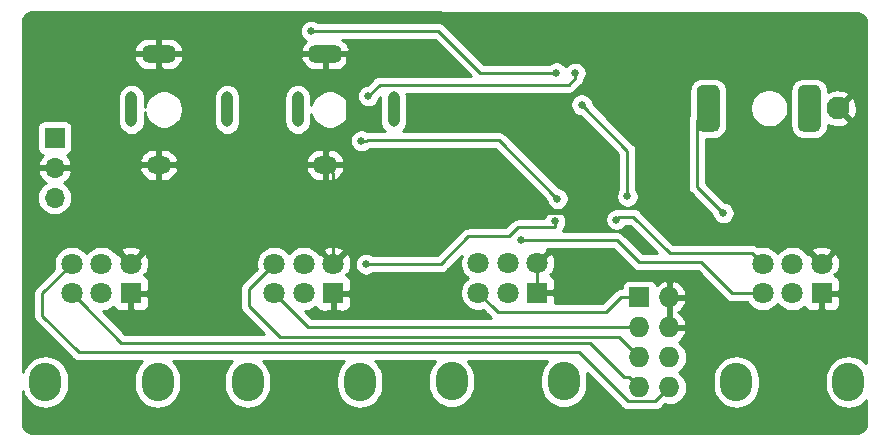
<source format=gbr>
G04 #@! TF.GenerationSoftware,KiCad,Pcbnew,5.1.4+dfsg1-1*
G04 #@! TF.CreationDate,2020-04-10T18:02:15-04:00*
G04 #@! TF.ProjectId,LilMix,4c696c4d-6978-42e6-9b69-6361645f7063,rev?*
G04 #@! TF.SameCoordinates,Original*
G04 #@! TF.FileFunction,Copper,L1,Top*
G04 #@! TF.FilePolarity,Positive*
%FSLAX46Y46*%
G04 Gerber Fmt 4.6, Leading zero omitted, Abs format (unit mm)*
G04 Created by KiCad (PCBNEW 5.1.4+dfsg1-1) date 2020-04-10 18:02:15*
%MOMM*%
%LPD*%
G04 APERTURE LIST*
%ADD10O,2.100000X1.500000*%
%ADD11O,3.000000X1.500000*%
%ADD12O,1.000000X3.000000*%
%ADD13C,1.800000*%
%ADD14O,2.720000X3.240000*%
%ADD15R,1.800000X1.800000*%
%ADD16C,0.100000*%
%ADD17C,1.930400*%
%ADD18O,1.700000X1.700000*%
%ADD19R,1.700000X1.700000*%
%ADD20R,1.727200X1.727200*%
%ADD21O,1.727200X1.727200*%
%ADD22C,0.650000*%
%ADD23C,0.250000*%
%ADD24C,0.254000*%
G04 APERTURE END LIST*
D10*
X111400000Y-88600000D03*
D11*
X111400000Y-79200000D03*
D12*
X117200000Y-83900000D03*
X109100000Y-83900000D03*
D10*
X97300000Y-88600000D03*
D11*
X97300000Y-79200000D03*
D12*
X103100000Y-83900000D03*
X95000000Y-83900000D03*
D13*
X129362200Y-96915600D03*
X126862200Y-96915600D03*
X124362200Y-96915600D03*
D14*
X131612200Y-106915600D03*
X122112200Y-106915600D03*
D13*
X124362200Y-99415600D03*
X126862200Y-99415600D03*
D15*
X129362200Y-99415600D03*
D13*
X112090200Y-96966400D03*
X109590200Y-96966400D03*
X107090200Y-96966400D03*
D14*
X114340200Y-106966400D03*
X104840200Y-106966400D03*
D13*
X107090200Y-99466400D03*
X109590200Y-99466400D03*
D15*
X112090200Y-99466400D03*
D16*
G36*
X144370103Y-81837124D02*
G01*
X144416951Y-81844073D01*
X144462891Y-81855581D01*
X144507483Y-81871536D01*
X144550296Y-81891785D01*
X144590918Y-81916133D01*
X144628958Y-81944345D01*
X144664050Y-81976150D01*
X144695855Y-82011242D01*
X144724067Y-82049282D01*
X144748415Y-82089904D01*
X144768664Y-82132717D01*
X144784619Y-82177309D01*
X144796127Y-82223249D01*
X144803076Y-82270097D01*
X144805400Y-82317400D01*
X144805400Y-85282600D01*
X144803076Y-85329903D01*
X144796127Y-85376751D01*
X144784619Y-85422691D01*
X144768664Y-85467283D01*
X144748415Y-85510096D01*
X144724067Y-85550718D01*
X144695855Y-85588758D01*
X144664050Y-85623850D01*
X144628958Y-85655655D01*
X144590918Y-85683867D01*
X144550296Y-85708215D01*
X144507483Y-85728464D01*
X144462891Y-85744419D01*
X144416951Y-85755927D01*
X144370103Y-85762876D01*
X144322800Y-85765200D01*
X143357600Y-85765200D01*
X143310297Y-85762876D01*
X143263449Y-85755927D01*
X143217509Y-85744419D01*
X143172917Y-85728464D01*
X143130104Y-85708215D01*
X143089482Y-85683867D01*
X143051442Y-85655655D01*
X143016350Y-85623850D01*
X142984545Y-85588758D01*
X142956333Y-85550718D01*
X142931985Y-85510096D01*
X142911736Y-85467283D01*
X142895781Y-85422691D01*
X142884273Y-85376751D01*
X142877324Y-85329903D01*
X142875000Y-85282600D01*
X142875000Y-82317400D01*
X142877324Y-82270097D01*
X142884273Y-82223249D01*
X142895781Y-82177309D01*
X142911736Y-82132717D01*
X142931985Y-82089904D01*
X142956333Y-82049282D01*
X142984545Y-82011242D01*
X143016350Y-81976150D01*
X143051442Y-81944345D01*
X143089482Y-81916133D01*
X143130104Y-81891785D01*
X143172917Y-81871536D01*
X143217509Y-81855581D01*
X143263449Y-81844073D01*
X143310297Y-81837124D01*
X143357600Y-81834800D01*
X144322800Y-81834800D01*
X144370103Y-81837124D01*
X144370103Y-81837124D01*
G37*
D17*
X143840200Y-83800000D03*
X154813000Y-83800000D03*
D16*
G36*
X152929903Y-81837124D02*
G01*
X152976751Y-81844073D01*
X153022691Y-81855581D01*
X153067283Y-81871536D01*
X153110096Y-81891785D01*
X153150718Y-81916133D01*
X153188758Y-81944345D01*
X153223850Y-81976150D01*
X153255655Y-82011242D01*
X153283867Y-82049282D01*
X153308215Y-82089904D01*
X153328464Y-82132717D01*
X153344419Y-82177309D01*
X153355927Y-82223249D01*
X153362876Y-82270097D01*
X153365200Y-82317400D01*
X153365200Y-85282600D01*
X153362876Y-85329903D01*
X153355927Y-85376751D01*
X153344419Y-85422691D01*
X153328464Y-85467283D01*
X153308215Y-85510096D01*
X153283867Y-85550718D01*
X153255655Y-85588758D01*
X153223850Y-85623850D01*
X153188758Y-85655655D01*
X153150718Y-85683867D01*
X153110096Y-85708215D01*
X153067283Y-85728464D01*
X153022691Y-85744419D01*
X152976751Y-85755927D01*
X152929903Y-85762876D01*
X152882600Y-85765200D01*
X151917400Y-85765200D01*
X151870097Y-85762876D01*
X151823249Y-85755927D01*
X151777309Y-85744419D01*
X151732717Y-85728464D01*
X151689904Y-85708215D01*
X151649282Y-85683867D01*
X151611242Y-85655655D01*
X151576150Y-85623850D01*
X151544345Y-85588758D01*
X151516133Y-85550718D01*
X151491785Y-85510096D01*
X151471536Y-85467283D01*
X151455581Y-85422691D01*
X151444073Y-85376751D01*
X151437124Y-85329903D01*
X151434800Y-85282600D01*
X151434800Y-82317400D01*
X151437124Y-82270097D01*
X151444073Y-82223249D01*
X151455581Y-82177309D01*
X151471536Y-82132717D01*
X151491785Y-82089904D01*
X151516133Y-82049282D01*
X151544345Y-82011242D01*
X151576150Y-81976150D01*
X151611242Y-81944345D01*
X151649282Y-81916133D01*
X151689904Y-81891785D01*
X151732717Y-81871536D01*
X151777309Y-81855581D01*
X151823249Y-81844073D01*
X151870097Y-81837124D01*
X151917400Y-81834800D01*
X152882600Y-81834800D01*
X152929903Y-81837124D01*
X152929903Y-81837124D01*
G37*
D17*
X152400000Y-83800000D03*
D18*
X88500000Y-91380000D03*
X88500000Y-88840000D03*
D19*
X88500000Y-86300000D03*
D20*
X138000000Y-99800000D03*
D21*
X140540000Y-99800000D03*
X138000000Y-102340000D03*
X140540000Y-102340000D03*
X138000000Y-104880000D03*
X140540000Y-104880000D03*
X138000000Y-107420000D03*
X140540000Y-107420000D03*
D13*
X153465000Y-96958600D03*
X150965000Y-96958600D03*
X148465000Y-96958600D03*
D14*
X155715000Y-106958600D03*
X146215000Y-106958600D03*
D13*
X148465000Y-99458600D03*
X150965000Y-99458600D03*
D15*
X153465000Y-99458600D03*
D13*
X94965000Y-96958600D03*
X92465000Y-96958600D03*
X89965000Y-96958600D03*
D14*
X97215000Y-106958600D03*
X87715000Y-106958600D03*
D13*
X89965000Y-99458600D03*
X92465000Y-99458600D03*
D15*
X94965000Y-99458600D03*
D22*
X127975000Y-94975000D03*
X114875000Y-97000000D03*
X130874300Y-93375700D03*
X114475000Y-86550000D03*
X131075000Y-91450000D03*
X136071800Y-93221800D03*
X130975000Y-80775000D03*
X110200000Y-77250000D03*
X132575000Y-80800000D03*
X115062500Y-82762500D03*
X137000000Y-91250000D03*
X133125000Y-83500000D03*
X145125000Y-92675000D03*
X122950000Y-93200000D03*
X128475000Y-92675000D03*
X133150000Y-88500000D03*
X131950000Y-84525000D03*
D23*
X127975000Y-94975000D02*
X136100000Y-94975000D01*
X136100000Y-94975000D02*
X137975000Y-96850000D01*
X137975000Y-96850000D02*
X143250000Y-96850000D01*
X145858600Y-99458600D02*
X148465000Y-99458600D01*
X143250000Y-96850000D02*
X145858600Y-99458600D01*
X126975000Y-94646019D02*
X123528981Y-94646019D01*
X123528981Y-94646019D02*
X121175000Y-97000000D01*
X121175000Y-97000000D02*
X114875000Y-97000000D01*
X114875000Y-97000000D02*
X114875000Y-97000000D01*
X130874300Y-93835319D02*
X130834619Y-93875000D01*
X130874300Y-93375700D02*
X130874300Y-93835319D01*
X130834619Y-93875000D02*
X127775000Y-93875000D01*
X127775000Y-93875000D02*
X126975000Y-94646019D01*
X114934619Y-86550000D02*
X114984619Y-86500000D01*
X114475000Y-86550000D02*
X114934619Y-86550000D01*
X114984619Y-86500000D02*
X126125000Y-86500000D01*
X126125000Y-86500000D02*
X131075000Y-91450000D01*
X131075000Y-91450000D02*
X131075000Y-91450000D01*
X136318600Y-92975000D02*
X136071800Y-93221800D01*
X148465000Y-96958600D02*
X147565001Y-96058601D01*
X137500000Y-92975000D02*
X136318600Y-92975000D01*
X140583601Y-96058601D02*
X137500000Y-92975000D01*
X147565001Y-96058601D02*
X140583601Y-96058601D01*
X130975000Y-80775000D02*
X124525000Y-80775000D01*
X124525000Y-80775000D02*
X121000000Y-77250000D01*
X121000000Y-77250000D02*
X110200000Y-77250000D01*
X110200000Y-77250000D02*
X110200000Y-77250000D01*
X132575000Y-81259619D02*
X132034619Y-81800000D01*
X132575000Y-80800000D02*
X132575000Y-81259619D01*
X132034619Y-81800000D02*
X116025000Y-81800000D01*
X116025000Y-81800000D02*
X115062500Y-82762500D01*
X115062500Y-82762500D02*
X115025000Y-82800000D01*
X137000000Y-91250000D02*
X137000000Y-87375000D01*
X137000000Y-87375000D02*
X133125000Y-83500000D01*
X133125000Y-83500000D02*
X133100000Y-83475000D01*
X142875000Y-84765200D02*
X142875000Y-90425000D01*
X143840200Y-83800000D02*
X142875000Y-84765200D01*
X142875000Y-90425000D02*
X145125000Y-92675000D01*
X145125000Y-92675000D02*
X145125000Y-92675000D01*
X125587201Y-100640601D02*
X125590601Y-100640601D01*
X124362200Y-99415600D02*
X125587201Y-100640601D01*
X125590601Y-100640601D02*
X126000000Y-101050000D01*
X126000000Y-101050000D02*
X135175000Y-101050000D01*
X136425000Y-99800000D02*
X138000000Y-99800000D01*
X135175000Y-101050000D02*
X136425000Y-99800000D01*
X139351399Y-108608601D02*
X137033601Y-108608601D01*
X140540000Y-107420000D02*
X139351399Y-108608601D01*
X137033601Y-108608601D02*
X132875000Y-104450000D01*
X132875000Y-104450000D02*
X90550000Y-104450000D01*
X90550000Y-104450000D02*
X87450000Y-101350000D01*
X87450000Y-99473600D02*
X89965000Y-96958600D01*
X87450000Y-101350000D02*
X87450000Y-99473600D01*
X104965800Y-99090800D02*
X104965800Y-100565800D01*
X107090200Y-96966400D02*
X104965800Y-99090800D01*
X104965800Y-100565800D02*
X107600000Y-103200000D01*
X136320000Y-103200000D02*
X138000000Y-104880000D01*
X107600000Y-103200000D02*
X136320000Y-103200000D01*
X97300000Y-80200000D02*
X99390000Y-82290000D01*
X97300000Y-79200000D02*
X97300000Y-80200000D01*
X98600000Y-88600000D02*
X97300000Y-88600000D01*
X99390000Y-87810000D02*
X98600000Y-88600000D01*
X99390000Y-82290000D02*
X99390000Y-87810000D01*
X112090200Y-89290200D02*
X111400000Y-88600000D01*
X112090200Y-96966400D02*
X112090200Y-89290200D01*
X110100000Y-88600000D02*
X97300000Y-88600000D01*
X111400000Y-88600000D02*
X110100000Y-88600000D01*
X111400000Y-87600000D02*
X113225000Y-85775000D01*
X111400000Y-88600000D02*
X111400000Y-87600000D01*
X113225000Y-79275000D02*
X113150000Y-79200000D01*
X113150000Y-79200000D02*
X111400000Y-79200000D01*
X113225000Y-85775000D02*
X113225000Y-79275000D01*
X123409619Y-93200000D02*
X123934619Y-92675000D01*
X122950000Y-93200000D02*
X123409619Y-93200000D01*
X123934619Y-92675000D02*
X128475000Y-92675000D01*
X128475000Y-92675000D02*
X128475000Y-92675000D01*
X128475000Y-92675000D02*
X131750000Y-92675000D01*
X131750000Y-92675000D02*
X133150000Y-91275000D01*
X133150000Y-91275000D02*
X133150000Y-88500000D01*
X133150000Y-88500000D02*
X133150000Y-88500000D01*
X153465000Y-100608600D02*
X152823600Y-101250000D01*
X153465000Y-99458600D02*
X153465000Y-100608600D01*
X152823600Y-101250000D02*
X143900000Y-101250000D01*
X142450000Y-99800000D02*
X140540000Y-99800000D01*
X143900000Y-101250000D02*
X142450000Y-99800000D01*
X117890381Y-88600000D02*
X111400000Y-88600000D01*
X122950000Y-93200000D02*
X122490381Y-93200000D01*
X122490381Y-93200000D02*
X117890381Y-88600000D01*
X129362200Y-98265600D02*
X129362200Y-96915600D01*
X129362200Y-99415600D02*
X129362200Y-98265600D01*
X131950000Y-87300000D02*
X133150000Y-88500000D01*
X131950000Y-84525000D02*
X131950000Y-87300000D01*
X109963800Y-102340000D02*
X107090200Y-99466400D01*
X138000000Y-102340000D02*
X109963800Y-102340000D01*
X137136401Y-106556401D02*
X136706401Y-106556401D01*
X138000000Y-107420000D02*
X137136401Y-106556401D01*
X94156410Y-103650010D02*
X90864999Y-100358599D01*
X133800010Y-103650010D02*
X94156410Y-103650010D01*
X90864999Y-100358599D02*
X89965000Y-99458600D01*
X136706401Y-106556401D02*
X133800010Y-103650010D01*
D24*
G36*
X156364492Y-75726159D02*
G01*
X156540823Y-75743665D01*
X156704354Y-75793393D01*
X156855048Y-75874053D01*
X156987129Y-75982553D01*
X157095514Y-76114719D01*
X157176051Y-76265486D01*
X157205445Y-76362440D01*
X157213195Y-105379420D01*
X157132503Y-105281097D01*
X156828725Y-105031793D01*
X156482146Y-104846543D01*
X156106087Y-104732467D01*
X155715000Y-104693948D01*
X155323912Y-104732467D01*
X154947853Y-104846543D01*
X154601275Y-105031793D01*
X154297497Y-105281097D01*
X154048193Y-105584875D01*
X153862943Y-105931454D01*
X153748867Y-106307513D01*
X153720000Y-106600603D01*
X153720000Y-107316598D01*
X153748867Y-107609688D01*
X153862943Y-107985747D01*
X154048193Y-108332325D01*
X154297498Y-108636103D01*
X154601276Y-108885407D01*
X154947854Y-109070657D01*
X155323913Y-109184733D01*
X155715000Y-109223252D01*
X156106088Y-109184733D01*
X156482147Y-109070657D01*
X156828725Y-108885407D01*
X157132503Y-108636103D01*
X157214038Y-108536752D01*
X157214593Y-110616552D01*
X157175978Y-110743850D01*
X157095362Y-110894672D01*
X156986870Y-111026870D01*
X156854672Y-111135362D01*
X156703850Y-111215978D01*
X156540189Y-111265624D01*
X156363766Y-111283000D01*
X86676234Y-111283000D01*
X86499811Y-111265624D01*
X86336150Y-111215978D01*
X86185328Y-111135362D01*
X86053130Y-111026870D01*
X85944638Y-110894672D01*
X85864022Y-110743850D01*
X85814376Y-110580189D01*
X85797000Y-110403766D01*
X85797000Y-107768362D01*
X85862943Y-107985747D01*
X86048193Y-108332325D01*
X86297498Y-108636103D01*
X86601276Y-108885407D01*
X86947854Y-109070657D01*
X87323913Y-109184733D01*
X87715000Y-109223252D01*
X88106088Y-109184733D01*
X88482147Y-109070657D01*
X88828725Y-108885407D01*
X89132503Y-108636103D01*
X89381807Y-108332325D01*
X89567057Y-107985747D01*
X89681133Y-107609687D01*
X89710000Y-107316597D01*
X89710000Y-106600602D01*
X89681133Y-106307512D01*
X89567057Y-105931453D01*
X89381807Y-105584875D01*
X89132503Y-105281097D01*
X88828725Y-105031793D01*
X88482146Y-104846543D01*
X88106087Y-104732467D01*
X87715000Y-104693948D01*
X87323912Y-104732467D01*
X86947853Y-104846543D01*
X86601275Y-105031793D01*
X86297497Y-105281097D01*
X86048193Y-105584875D01*
X85862943Y-105931454D01*
X85797000Y-106148839D01*
X85797000Y-99473600D01*
X86686324Y-99473600D01*
X86690001Y-99510932D01*
X86690000Y-101312677D01*
X86686324Y-101350000D01*
X86690000Y-101387322D01*
X86690000Y-101387332D01*
X86700997Y-101498985D01*
X86728606Y-101590001D01*
X86744454Y-101642246D01*
X86815026Y-101774276D01*
X86836137Y-101799999D01*
X86909999Y-101890001D01*
X86939003Y-101913804D01*
X89986200Y-104961002D01*
X90009999Y-104990001D01*
X90038997Y-105013799D01*
X90125723Y-105084974D01*
X90257753Y-105155546D01*
X90401014Y-105199003D01*
X90512667Y-105210000D01*
X90512676Y-105210000D01*
X90549999Y-105213676D01*
X90587322Y-105210000D01*
X95884129Y-105210000D01*
X95797497Y-105281097D01*
X95548193Y-105584875D01*
X95362943Y-105931454D01*
X95248867Y-106307513D01*
X95220000Y-106600603D01*
X95220000Y-107316598D01*
X95248867Y-107609688D01*
X95362943Y-107985747D01*
X95548193Y-108332325D01*
X95797498Y-108636103D01*
X96101276Y-108885407D01*
X96447854Y-109070657D01*
X96823913Y-109184733D01*
X97215000Y-109223252D01*
X97606088Y-109184733D01*
X97982147Y-109070657D01*
X98328725Y-108885407D01*
X98632503Y-108636103D01*
X98881807Y-108332325D01*
X99067057Y-107985747D01*
X99181133Y-107609687D01*
X99210000Y-107316597D01*
X99210000Y-106600602D01*
X99181133Y-106307512D01*
X99067057Y-105931453D01*
X98881807Y-105584875D01*
X98632503Y-105281097D01*
X98545871Y-105210000D01*
X103518833Y-105210000D01*
X103422697Y-105288897D01*
X103173393Y-105592675D01*
X102988143Y-105939254D01*
X102874067Y-106315313D01*
X102845200Y-106608403D01*
X102845200Y-107324398D01*
X102874067Y-107617488D01*
X102988143Y-107993547D01*
X103173393Y-108340125D01*
X103422698Y-108643903D01*
X103726476Y-108893207D01*
X104073054Y-109078457D01*
X104449113Y-109192533D01*
X104840200Y-109231052D01*
X105231288Y-109192533D01*
X105607347Y-109078457D01*
X105953925Y-108893207D01*
X106257703Y-108643903D01*
X106507007Y-108340125D01*
X106692257Y-107993547D01*
X106806333Y-107617487D01*
X106835200Y-107324397D01*
X106835200Y-106608402D01*
X106806333Y-106315312D01*
X106692257Y-105939253D01*
X106507007Y-105592675D01*
X106257703Y-105288897D01*
X106161567Y-105210000D01*
X113018833Y-105210000D01*
X112922697Y-105288897D01*
X112673393Y-105592675D01*
X112488143Y-105939254D01*
X112374067Y-106315313D01*
X112345200Y-106608403D01*
X112345200Y-107324398D01*
X112374067Y-107617488D01*
X112488143Y-107993547D01*
X112673393Y-108340125D01*
X112922698Y-108643903D01*
X113226476Y-108893207D01*
X113573054Y-109078457D01*
X113949113Y-109192533D01*
X114340200Y-109231052D01*
X114731288Y-109192533D01*
X115107347Y-109078457D01*
X115453925Y-108893207D01*
X115757703Y-108643903D01*
X116007007Y-108340125D01*
X116192257Y-107993547D01*
X116306333Y-107617487D01*
X116335200Y-107324397D01*
X116335200Y-106608402D01*
X116306333Y-106315312D01*
X116192257Y-105939253D01*
X116007007Y-105592675D01*
X115757703Y-105288897D01*
X115661567Y-105210000D01*
X120728933Y-105210000D01*
X120694697Y-105238097D01*
X120445393Y-105541875D01*
X120260143Y-105888454D01*
X120146067Y-106264513D01*
X120117200Y-106557603D01*
X120117200Y-107273598D01*
X120146067Y-107566688D01*
X120260143Y-107942747D01*
X120445393Y-108289325D01*
X120694698Y-108593103D01*
X120998476Y-108842407D01*
X121345054Y-109027657D01*
X121721113Y-109141733D01*
X122112200Y-109180252D01*
X122503288Y-109141733D01*
X122879347Y-109027657D01*
X123225925Y-108842407D01*
X123529703Y-108593103D01*
X123779007Y-108289325D01*
X123964257Y-107942747D01*
X124078333Y-107566687D01*
X124107200Y-107273597D01*
X124107200Y-106557602D01*
X124078333Y-106264512D01*
X123964257Y-105888453D01*
X123779007Y-105541875D01*
X123529703Y-105238097D01*
X123495467Y-105210000D01*
X130228933Y-105210000D01*
X130194697Y-105238097D01*
X129945393Y-105541875D01*
X129760143Y-105888454D01*
X129646067Y-106264513D01*
X129617200Y-106557603D01*
X129617200Y-107273598D01*
X129646067Y-107566688D01*
X129760143Y-107942747D01*
X129945393Y-108289325D01*
X130194698Y-108593103D01*
X130498476Y-108842407D01*
X130845054Y-109027657D01*
X131221113Y-109141733D01*
X131612200Y-109180252D01*
X132003288Y-109141733D01*
X132379347Y-109027657D01*
X132725925Y-108842407D01*
X133029703Y-108593103D01*
X133279007Y-108289325D01*
X133464257Y-107942747D01*
X133578333Y-107566687D01*
X133607200Y-107273597D01*
X133607200Y-106557602D01*
X133578333Y-106264512D01*
X133562493Y-106212294D01*
X136469802Y-109119604D01*
X136493600Y-109148602D01*
X136522598Y-109172400D01*
X136609324Y-109243575D01*
X136741354Y-109314147D01*
X136884615Y-109357604D01*
X136996268Y-109368601D01*
X136996278Y-109368601D01*
X137033601Y-109372277D01*
X137070924Y-109368601D01*
X139314077Y-109368601D01*
X139351399Y-109372277D01*
X139388721Y-109368601D01*
X139388732Y-109368601D01*
X139500385Y-109357604D01*
X139643646Y-109314147D01*
X139775675Y-109243575D01*
X139891400Y-109148602D01*
X139915203Y-109119598D01*
X140163100Y-108871701D01*
X140246223Y-108896916D01*
X140466381Y-108918600D01*
X140613619Y-108918600D01*
X140833777Y-108896916D01*
X141116264Y-108811225D01*
X141376606Y-108672069D01*
X141604797Y-108484797D01*
X141792069Y-108256606D01*
X141931225Y-107996264D01*
X142016916Y-107713777D01*
X142045851Y-107420000D01*
X142016916Y-107126223D01*
X141931225Y-106843736D01*
X141801268Y-106600603D01*
X144220000Y-106600603D01*
X144220000Y-107316598D01*
X144248867Y-107609688D01*
X144362943Y-107985747D01*
X144548193Y-108332325D01*
X144797498Y-108636103D01*
X145101276Y-108885407D01*
X145447854Y-109070657D01*
X145823913Y-109184733D01*
X146215000Y-109223252D01*
X146606088Y-109184733D01*
X146982147Y-109070657D01*
X147328725Y-108885407D01*
X147632503Y-108636103D01*
X147881807Y-108332325D01*
X148067057Y-107985747D01*
X148181133Y-107609687D01*
X148210000Y-107316597D01*
X148210000Y-106600602D01*
X148181133Y-106307512D01*
X148067057Y-105931453D01*
X147881807Y-105584875D01*
X147632503Y-105281097D01*
X147328725Y-105031793D01*
X146982146Y-104846543D01*
X146606087Y-104732467D01*
X146215000Y-104693948D01*
X145823912Y-104732467D01*
X145447853Y-104846543D01*
X145101275Y-105031793D01*
X144797497Y-105281097D01*
X144548193Y-105584875D01*
X144362943Y-105931454D01*
X144248867Y-106307513D01*
X144220000Y-106600603D01*
X141801268Y-106600603D01*
X141792069Y-106583394D01*
X141604797Y-106355203D01*
X141376606Y-106167931D01*
X141343060Y-106150000D01*
X141376606Y-106132069D01*
X141604797Y-105944797D01*
X141792069Y-105716606D01*
X141931225Y-105456264D01*
X142016916Y-105173777D01*
X142045851Y-104880000D01*
X142016916Y-104586223D01*
X141931225Y-104303736D01*
X141792069Y-104043394D01*
X141604797Y-103815203D01*
X141376606Y-103627931D01*
X141332090Y-103604137D01*
X141428488Y-103546817D01*
X141646854Y-103350293D01*
X141822684Y-103114944D01*
X141949222Y-102849814D01*
X141994958Y-102699026D01*
X141873817Y-102467000D01*
X140667000Y-102467000D01*
X140667000Y-102487000D01*
X140413000Y-102487000D01*
X140413000Y-102467000D01*
X140393000Y-102467000D01*
X140393000Y-102213000D01*
X140413000Y-102213000D01*
X140413000Y-99927000D01*
X140667000Y-99927000D01*
X140667000Y-102213000D01*
X141873817Y-102213000D01*
X141994958Y-101980974D01*
X141949222Y-101830186D01*
X141822684Y-101565056D01*
X141646854Y-101329707D01*
X141428488Y-101133183D01*
X141322230Y-101070000D01*
X141428488Y-101006817D01*
X141646854Y-100810293D01*
X141822684Y-100574944D01*
X141949222Y-100309814D01*
X141994958Y-100159026D01*
X141873817Y-99927000D01*
X140667000Y-99927000D01*
X140413000Y-99927000D01*
X140393000Y-99927000D01*
X140393000Y-99673000D01*
X140413000Y-99673000D01*
X140413000Y-98465536D01*
X140667000Y-98465536D01*
X140667000Y-99673000D01*
X141873817Y-99673000D01*
X141994958Y-99440974D01*
X141949222Y-99290186D01*
X141822684Y-99025056D01*
X141646854Y-98789707D01*
X141428488Y-98593183D01*
X141175978Y-98443036D01*
X140899027Y-98345037D01*
X140667000Y-98465536D01*
X140413000Y-98465536D01*
X140180973Y-98345037D01*
X139904022Y-98443036D01*
X139651512Y-98593183D01*
X139472053Y-98754692D01*
X139453102Y-98692220D01*
X139394137Y-98581906D01*
X139314785Y-98485215D01*
X139218094Y-98405863D01*
X139107780Y-98346898D01*
X138988082Y-98310588D01*
X138863600Y-98298328D01*
X137136400Y-98298328D01*
X137011918Y-98310588D01*
X136892220Y-98346898D01*
X136781906Y-98405863D01*
X136685215Y-98485215D01*
X136605863Y-98581906D01*
X136546898Y-98692220D01*
X136510588Y-98811918D01*
X136498328Y-98936400D01*
X136498328Y-99040000D01*
X136462323Y-99040000D01*
X136425000Y-99036324D01*
X136387677Y-99040000D01*
X136387667Y-99040000D01*
X136276014Y-99050997D01*
X136144799Y-99090800D01*
X136132753Y-99094454D01*
X136000723Y-99165026D01*
X135980829Y-99181353D01*
X135884999Y-99259999D01*
X135861201Y-99288997D01*
X134860199Y-100290000D01*
X130900144Y-100290000D01*
X130897200Y-99701350D01*
X130738450Y-99542600D01*
X129489200Y-99542600D01*
X129489200Y-99562600D01*
X129235200Y-99562600D01*
X129235200Y-99542600D01*
X129215200Y-99542600D01*
X129215200Y-99288600D01*
X129235200Y-99288600D01*
X129235200Y-99268600D01*
X129489200Y-99268600D01*
X129489200Y-99288600D01*
X130738450Y-99288600D01*
X130897200Y-99129850D01*
X130900272Y-98515600D01*
X130888012Y-98391118D01*
X130851702Y-98271420D01*
X130792737Y-98161106D01*
X130713385Y-98064415D01*
X130616694Y-97985063D01*
X130523176Y-97935076D01*
X130542230Y-97916022D01*
X130426282Y-97800074D01*
X130680461Y-97716392D01*
X130811358Y-97443825D01*
X130886565Y-97150958D01*
X130903191Y-96849047D01*
X130860597Y-96549693D01*
X130760422Y-96264401D01*
X130680461Y-96114808D01*
X130426280Y-96031125D01*
X129541805Y-96915600D01*
X129555948Y-96929743D01*
X129376343Y-97109348D01*
X129362200Y-97095205D01*
X129348058Y-97109348D01*
X129168453Y-96929743D01*
X129182595Y-96915600D01*
X129168453Y-96901458D01*
X129348058Y-96721853D01*
X129362200Y-96735995D01*
X130246675Y-95851520D01*
X130208314Y-95735000D01*
X135785199Y-95735000D01*
X137411205Y-97361008D01*
X137434999Y-97390001D01*
X137463992Y-97413795D01*
X137463996Y-97413799D01*
X137531994Y-97469603D01*
X137550724Y-97484974D01*
X137682753Y-97555546D01*
X137826014Y-97599003D01*
X137937667Y-97610000D01*
X137937676Y-97610000D01*
X137974999Y-97613676D01*
X138012322Y-97610000D01*
X142935199Y-97610000D01*
X145294805Y-99969608D01*
X145318599Y-99998601D01*
X145347592Y-100022395D01*
X145347596Y-100022399D01*
X145401154Y-100066352D01*
X145434324Y-100093574D01*
X145566353Y-100164146D01*
X145709614Y-100207603D01*
X145821267Y-100218600D01*
X145821276Y-100218600D01*
X145858599Y-100222276D01*
X145895922Y-100218600D01*
X147126687Y-100218600D01*
X147272688Y-100437105D01*
X147486495Y-100650912D01*
X147737905Y-100818899D01*
X148017257Y-100934611D01*
X148313816Y-100993600D01*
X148616184Y-100993600D01*
X148912743Y-100934611D01*
X149192095Y-100818899D01*
X149443505Y-100650912D01*
X149657312Y-100437105D01*
X149715000Y-100350769D01*
X149772688Y-100437105D01*
X149986495Y-100650912D01*
X150237905Y-100818899D01*
X150517257Y-100934611D01*
X150813816Y-100993600D01*
X151116184Y-100993600D01*
X151412743Y-100934611D01*
X151692095Y-100818899D01*
X151943505Y-100650912D01*
X151981120Y-100613297D01*
X152034463Y-100713094D01*
X152113815Y-100809785D01*
X152210506Y-100889137D01*
X152320820Y-100948102D01*
X152440518Y-100984412D01*
X152565000Y-100996672D01*
X153179250Y-100993600D01*
X153338000Y-100834850D01*
X153338000Y-99585600D01*
X153592000Y-99585600D01*
X153592000Y-100834850D01*
X153750750Y-100993600D01*
X154365000Y-100996672D01*
X154489482Y-100984412D01*
X154609180Y-100948102D01*
X154719494Y-100889137D01*
X154816185Y-100809785D01*
X154895537Y-100713094D01*
X154954502Y-100602780D01*
X154990812Y-100483082D01*
X155003072Y-100358600D01*
X155000000Y-99744350D01*
X154841250Y-99585600D01*
X153592000Y-99585600D01*
X153338000Y-99585600D01*
X153318000Y-99585600D01*
X153318000Y-99331600D01*
X153338000Y-99331600D01*
X153338000Y-99311600D01*
X153592000Y-99311600D01*
X153592000Y-99331600D01*
X154841250Y-99331600D01*
X155000000Y-99172850D01*
X155003072Y-98558600D01*
X154990812Y-98434118D01*
X154954502Y-98314420D01*
X154895537Y-98204106D01*
X154816185Y-98107415D01*
X154719494Y-98028063D01*
X154625976Y-97978076D01*
X154645030Y-97959022D01*
X154529082Y-97843074D01*
X154783261Y-97759392D01*
X154914158Y-97486825D01*
X154989365Y-97193958D01*
X155005991Y-96892047D01*
X154963397Y-96592693D01*
X154863222Y-96307401D01*
X154783261Y-96157808D01*
X154529080Y-96074125D01*
X153644605Y-96958600D01*
X153658748Y-96972743D01*
X153479143Y-97152348D01*
X153465000Y-97138205D01*
X153450858Y-97152348D01*
X153271253Y-96972743D01*
X153285395Y-96958600D01*
X152400920Y-96074125D01*
X152252738Y-96122910D01*
X152157312Y-95980095D01*
X152071737Y-95894520D01*
X152580525Y-95894520D01*
X153465000Y-96778995D01*
X154349475Y-95894520D01*
X154265792Y-95640339D01*
X153993225Y-95509442D01*
X153700358Y-95434235D01*
X153398447Y-95417609D01*
X153099093Y-95460203D01*
X152813801Y-95560378D01*
X152664208Y-95640339D01*
X152580525Y-95894520D01*
X152071737Y-95894520D01*
X151943505Y-95766288D01*
X151692095Y-95598301D01*
X151412743Y-95482589D01*
X151116184Y-95423600D01*
X150813816Y-95423600D01*
X150517257Y-95482589D01*
X150237905Y-95598301D01*
X149986495Y-95766288D01*
X149772688Y-95980095D01*
X149715000Y-96066431D01*
X149657312Y-95980095D01*
X149443505Y-95766288D01*
X149192095Y-95598301D01*
X148912743Y-95482589D01*
X148616184Y-95423600D01*
X148313816Y-95423600D01*
X148052565Y-95475566D01*
X147989277Y-95423627D01*
X147857248Y-95353055D01*
X147713987Y-95309598D01*
X147602334Y-95298601D01*
X147602323Y-95298601D01*
X147565001Y-95294925D01*
X147527679Y-95298601D01*
X140898403Y-95298601D01*
X138063804Y-92464003D01*
X138040001Y-92434999D01*
X137924276Y-92340026D01*
X137792247Y-92269454D01*
X137648986Y-92225997D01*
X137537333Y-92215000D01*
X137537322Y-92215000D01*
X137500000Y-92211324D01*
X137462678Y-92215000D01*
X136355923Y-92215000D01*
X136318600Y-92211324D01*
X136281277Y-92215000D01*
X136281267Y-92215000D01*
X136169614Y-92225997D01*
X136051585Y-92261800D01*
X135977248Y-92261800D01*
X135791778Y-92298692D01*
X135617069Y-92371059D01*
X135459836Y-92476119D01*
X135326119Y-92609836D01*
X135221059Y-92767069D01*
X135148692Y-92941778D01*
X135111800Y-93127248D01*
X135111800Y-93316352D01*
X135148692Y-93501822D01*
X135221059Y-93676531D01*
X135326119Y-93833764D01*
X135459836Y-93967481D01*
X135617069Y-94072541D01*
X135791778Y-94144908D01*
X135977248Y-94181800D01*
X136166352Y-94181800D01*
X136351822Y-94144908D01*
X136526531Y-94072541D01*
X136683764Y-93967481D01*
X136817481Y-93833764D01*
X136883473Y-93735000D01*
X137185199Y-93735000D01*
X139540198Y-96090000D01*
X138289803Y-96090000D01*
X136663803Y-94464002D01*
X136640001Y-94434999D01*
X136524276Y-94340026D01*
X136392247Y-94269454D01*
X136248986Y-94225997D01*
X136137333Y-94215000D01*
X136137322Y-94215000D01*
X136100000Y-94211324D01*
X136062678Y-94215000D01*
X131533111Y-94215000D01*
X131579846Y-94127566D01*
X131623303Y-93984305D01*
X131623489Y-93982413D01*
X131725041Y-93830431D01*
X131797408Y-93655722D01*
X131834300Y-93470252D01*
X131834300Y-93281148D01*
X131797408Y-93095678D01*
X131725041Y-92920969D01*
X131619981Y-92763736D01*
X131486264Y-92630019D01*
X131329031Y-92524959D01*
X131154322Y-92452592D01*
X130968852Y-92415700D01*
X130779748Y-92415700D01*
X130594278Y-92452592D01*
X130419569Y-92524959D01*
X130262336Y-92630019D01*
X130128619Y-92763736D01*
X130023559Y-92920969D01*
X129951192Y-93095678D01*
X129947349Y-93115000D01*
X127819354Y-93115000D01*
X127789085Y-93111454D01*
X127744702Y-93115000D01*
X127737667Y-93115000D01*
X127707443Y-93117977D01*
X127639853Y-93123377D01*
X127633052Y-93125304D01*
X127626014Y-93125997D01*
X127561083Y-93145693D01*
X127495816Y-93164184D01*
X127489521Y-93167401D01*
X127482753Y-93169454D01*
X127422910Y-93201441D01*
X127362507Y-93232309D01*
X127356959Y-93236693D01*
X127350724Y-93240026D01*
X127298292Y-93283056D01*
X127274482Y-93301872D01*
X127269421Y-93306749D01*
X127234999Y-93334999D01*
X127215662Y-93358562D01*
X126668379Y-93886019D01*
X123566304Y-93886019D01*
X123528981Y-93882343D01*
X123491658Y-93886019D01*
X123491648Y-93886019D01*
X123379995Y-93897016D01*
X123236734Y-93940473D01*
X123104705Y-94011045D01*
X122988980Y-94106018D01*
X122965182Y-94135016D01*
X120860199Y-96240000D01*
X115465534Y-96240000D01*
X115329731Y-96149259D01*
X115155022Y-96076892D01*
X114969552Y-96040000D01*
X114780448Y-96040000D01*
X114594978Y-96076892D01*
X114420269Y-96149259D01*
X114263036Y-96254319D01*
X114129319Y-96388036D01*
X114024259Y-96545269D01*
X113951892Y-96719978D01*
X113915000Y-96905448D01*
X113915000Y-97094552D01*
X113951892Y-97280022D01*
X114024259Y-97454731D01*
X114129319Y-97611964D01*
X114263036Y-97745681D01*
X114420269Y-97850741D01*
X114594978Y-97923108D01*
X114780448Y-97960000D01*
X114969552Y-97960000D01*
X115155022Y-97923108D01*
X115329731Y-97850741D01*
X115465534Y-97760000D01*
X121137678Y-97760000D01*
X121175000Y-97763676D01*
X121212322Y-97760000D01*
X121212333Y-97760000D01*
X121323986Y-97749003D01*
X121467247Y-97705546D01*
X121599276Y-97634974D01*
X121715001Y-97540001D01*
X121738804Y-97510997D01*
X122959902Y-96289900D01*
X122886189Y-96467857D01*
X122827200Y-96764416D01*
X122827200Y-97066784D01*
X122886189Y-97363343D01*
X123001901Y-97642695D01*
X123169888Y-97894105D01*
X123383695Y-98107912D01*
X123470031Y-98165600D01*
X123383695Y-98223288D01*
X123169888Y-98437095D01*
X123001901Y-98688505D01*
X122886189Y-98967857D01*
X122827200Y-99264416D01*
X122827200Y-99566784D01*
X122886189Y-99863343D01*
X123001901Y-100142695D01*
X123169888Y-100394105D01*
X123383695Y-100607912D01*
X123635105Y-100775899D01*
X123914457Y-100891611D01*
X124211016Y-100950600D01*
X124513384Y-100950600D01*
X124771130Y-100899331D01*
X125023401Y-101151603D01*
X125047200Y-101180602D01*
X125076198Y-101204400D01*
X125095165Y-101219966D01*
X125436196Y-101560997D01*
X125451791Y-101580000D01*
X110278602Y-101580000D01*
X109700002Y-101001400D01*
X109741384Y-101001400D01*
X110037943Y-100942411D01*
X110317295Y-100826699D01*
X110568705Y-100658712D01*
X110606320Y-100621097D01*
X110659663Y-100720894D01*
X110739015Y-100817585D01*
X110835706Y-100896937D01*
X110946020Y-100955902D01*
X111065718Y-100992212D01*
X111190200Y-101004472D01*
X111804450Y-101001400D01*
X111963200Y-100842650D01*
X111963200Y-99593400D01*
X112217200Y-99593400D01*
X112217200Y-100842650D01*
X112375950Y-101001400D01*
X112990200Y-101004472D01*
X113114682Y-100992212D01*
X113234380Y-100955902D01*
X113344694Y-100896937D01*
X113441385Y-100817585D01*
X113520737Y-100720894D01*
X113579702Y-100610580D01*
X113616012Y-100490882D01*
X113628272Y-100366400D01*
X113625200Y-99752150D01*
X113466450Y-99593400D01*
X112217200Y-99593400D01*
X111963200Y-99593400D01*
X111943200Y-99593400D01*
X111943200Y-99339400D01*
X111963200Y-99339400D01*
X111963200Y-99319400D01*
X112217200Y-99319400D01*
X112217200Y-99339400D01*
X113466450Y-99339400D01*
X113625200Y-99180650D01*
X113628272Y-98566400D01*
X113616012Y-98441918D01*
X113579702Y-98322220D01*
X113520737Y-98211906D01*
X113441385Y-98115215D01*
X113344694Y-98035863D01*
X113251176Y-97985876D01*
X113270230Y-97966822D01*
X113154282Y-97850874D01*
X113408461Y-97767192D01*
X113539358Y-97494625D01*
X113614565Y-97201758D01*
X113631191Y-96899847D01*
X113588597Y-96600493D01*
X113488422Y-96315201D01*
X113408461Y-96165608D01*
X113154280Y-96081925D01*
X112269805Y-96966400D01*
X112283948Y-96980543D01*
X112104343Y-97160148D01*
X112090200Y-97146005D01*
X112076058Y-97160148D01*
X111896453Y-96980543D01*
X111910595Y-96966400D01*
X111026120Y-96081925D01*
X110877938Y-96130710D01*
X110782512Y-95987895D01*
X110696937Y-95902320D01*
X111205725Y-95902320D01*
X112090200Y-96786795D01*
X112974675Y-95902320D01*
X112890992Y-95648139D01*
X112618425Y-95517242D01*
X112325558Y-95442035D01*
X112023647Y-95425409D01*
X111724293Y-95468003D01*
X111439001Y-95568178D01*
X111289408Y-95648139D01*
X111205725Y-95902320D01*
X110696937Y-95902320D01*
X110568705Y-95774088D01*
X110317295Y-95606101D01*
X110037943Y-95490389D01*
X109741384Y-95431400D01*
X109439016Y-95431400D01*
X109142457Y-95490389D01*
X108863105Y-95606101D01*
X108611695Y-95774088D01*
X108397888Y-95987895D01*
X108340200Y-96074231D01*
X108282512Y-95987895D01*
X108068705Y-95774088D01*
X107817295Y-95606101D01*
X107537943Y-95490389D01*
X107241384Y-95431400D01*
X106939016Y-95431400D01*
X106642457Y-95490389D01*
X106363105Y-95606101D01*
X106111695Y-95774088D01*
X105897888Y-95987895D01*
X105729901Y-96239305D01*
X105614189Y-96518657D01*
X105555200Y-96815216D01*
X105555200Y-97117584D01*
X105606469Y-97375330D01*
X104454803Y-98526996D01*
X104425799Y-98550799D01*
X104391016Y-98593183D01*
X104330826Y-98666524D01*
X104280405Y-98760854D01*
X104260254Y-98798554D01*
X104216797Y-98941815D01*
X104205800Y-99053468D01*
X104205800Y-99053478D01*
X104202124Y-99090800D01*
X104205800Y-99128123D01*
X104205801Y-100528468D01*
X104202124Y-100565800D01*
X104205801Y-100603133D01*
X104206535Y-100610580D01*
X104216798Y-100714785D01*
X104260254Y-100858046D01*
X104330826Y-100990076D01*
X104402001Y-101076802D01*
X104425800Y-101105801D01*
X104454798Y-101129599D01*
X106215208Y-102890010D01*
X94471212Y-102890010D01*
X92574801Y-100993600D01*
X92616184Y-100993600D01*
X92912743Y-100934611D01*
X93192095Y-100818899D01*
X93443505Y-100650912D01*
X93481120Y-100613297D01*
X93534463Y-100713094D01*
X93613815Y-100809785D01*
X93710506Y-100889137D01*
X93820820Y-100948102D01*
X93940518Y-100984412D01*
X94065000Y-100996672D01*
X94679250Y-100993600D01*
X94838000Y-100834850D01*
X94838000Y-99585600D01*
X95092000Y-99585600D01*
X95092000Y-100834850D01*
X95250750Y-100993600D01*
X95865000Y-100996672D01*
X95989482Y-100984412D01*
X96109180Y-100948102D01*
X96219494Y-100889137D01*
X96316185Y-100809785D01*
X96395537Y-100713094D01*
X96454502Y-100602780D01*
X96490812Y-100483082D01*
X96503072Y-100358600D01*
X96500000Y-99744350D01*
X96341250Y-99585600D01*
X95092000Y-99585600D01*
X94838000Y-99585600D01*
X94818000Y-99585600D01*
X94818000Y-99331600D01*
X94838000Y-99331600D01*
X94838000Y-99311600D01*
X95092000Y-99311600D01*
X95092000Y-99331600D01*
X96341250Y-99331600D01*
X96500000Y-99172850D01*
X96503072Y-98558600D01*
X96490812Y-98434118D01*
X96454502Y-98314420D01*
X96395537Y-98204106D01*
X96316185Y-98107415D01*
X96219494Y-98028063D01*
X96125976Y-97978076D01*
X96145030Y-97959022D01*
X96029082Y-97843074D01*
X96283261Y-97759392D01*
X96414158Y-97486825D01*
X96489365Y-97193958D01*
X96505991Y-96892047D01*
X96463397Y-96592693D01*
X96363222Y-96307401D01*
X96283261Y-96157808D01*
X96029080Y-96074125D01*
X95144605Y-96958600D01*
X95158748Y-96972743D01*
X94979143Y-97152348D01*
X94965000Y-97138205D01*
X94950858Y-97152348D01*
X94771253Y-96972743D01*
X94785395Y-96958600D01*
X93900920Y-96074125D01*
X93752738Y-96122910D01*
X93657312Y-95980095D01*
X93571737Y-95894520D01*
X94080525Y-95894520D01*
X94965000Y-96778995D01*
X95849475Y-95894520D01*
X95765792Y-95640339D01*
X95493225Y-95509442D01*
X95200358Y-95434235D01*
X94898447Y-95417609D01*
X94599093Y-95460203D01*
X94313801Y-95560378D01*
X94164208Y-95640339D01*
X94080525Y-95894520D01*
X93571737Y-95894520D01*
X93443505Y-95766288D01*
X93192095Y-95598301D01*
X92912743Y-95482589D01*
X92616184Y-95423600D01*
X92313816Y-95423600D01*
X92017257Y-95482589D01*
X91737905Y-95598301D01*
X91486495Y-95766288D01*
X91272688Y-95980095D01*
X91215000Y-96066431D01*
X91157312Y-95980095D01*
X90943505Y-95766288D01*
X90692095Y-95598301D01*
X90412743Y-95482589D01*
X90116184Y-95423600D01*
X89813816Y-95423600D01*
X89517257Y-95482589D01*
X89237905Y-95598301D01*
X88986495Y-95766288D01*
X88772688Y-95980095D01*
X88604701Y-96231505D01*
X88488989Y-96510857D01*
X88430000Y-96807416D01*
X88430000Y-97109784D01*
X88481269Y-97367530D01*
X86938998Y-98909801D01*
X86910000Y-98933599D01*
X86886202Y-98962597D01*
X86886201Y-98962598D01*
X86815026Y-99049324D01*
X86744454Y-99181354D01*
X86714180Y-99281158D01*
X86705549Y-99309613D01*
X86700998Y-99324615D01*
X86686324Y-99473600D01*
X85797000Y-99473600D01*
X85797000Y-91380000D01*
X87007815Y-91380000D01*
X87036487Y-91671111D01*
X87121401Y-91951034D01*
X87259294Y-92209014D01*
X87444866Y-92435134D01*
X87670986Y-92620706D01*
X87928966Y-92758599D01*
X88208889Y-92843513D01*
X88427050Y-92865000D01*
X88572950Y-92865000D01*
X88791111Y-92843513D01*
X89071034Y-92758599D01*
X89329014Y-92620706D01*
X89555134Y-92435134D01*
X89740706Y-92209014D01*
X89878599Y-91951034D01*
X89963513Y-91671111D01*
X89992185Y-91380000D01*
X89963513Y-91088889D01*
X89878599Y-90808966D01*
X89740706Y-90550986D01*
X89555134Y-90324866D01*
X89329014Y-90139294D01*
X89264477Y-90104799D01*
X89381355Y-90035178D01*
X89597588Y-89840269D01*
X89771641Y-89606920D01*
X89896825Y-89344099D01*
X89941476Y-89196890D01*
X89820155Y-88967000D01*
X88627000Y-88967000D01*
X88627000Y-88987000D01*
X88373000Y-88987000D01*
X88373000Y-88967000D01*
X87179845Y-88967000D01*
X87058524Y-89196890D01*
X87103175Y-89344099D01*
X87228359Y-89606920D01*
X87402412Y-89840269D01*
X87618645Y-90035178D01*
X87735523Y-90104799D01*
X87670986Y-90139294D01*
X87444866Y-90324866D01*
X87259294Y-90550986D01*
X87121401Y-90808966D01*
X87036487Y-91088889D01*
X87007815Y-91380000D01*
X85797000Y-91380000D01*
X85797000Y-88941185D01*
X95657682Y-88941185D01*
X95671827Y-89012684D01*
X95777858Y-89263868D01*
X95930855Y-89489540D01*
X96124939Y-89681028D01*
X96352651Y-89830972D01*
X96605240Y-89933611D01*
X96873000Y-89985000D01*
X97173000Y-89985000D01*
X97173000Y-88727000D01*
X97427000Y-88727000D01*
X97427000Y-89985000D01*
X97727000Y-89985000D01*
X97994760Y-89933611D01*
X98247349Y-89830972D01*
X98475061Y-89681028D01*
X98669145Y-89489540D01*
X98822142Y-89263868D01*
X98928173Y-89012684D01*
X98942318Y-88941185D01*
X109757682Y-88941185D01*
X109771827Y-89012684D01*
X109877858Y-89263868D01*
X110030855Y-89489540D01*
X110224939Y-89681028D01*
X110452651Y-89830972D01*
X110705240Y-89933611D01*
X110973000Y-89985000D01*
X111273000Y-89985000D01*
X111273000Y-88727000D01*
X111527000Y-88727000D01*
X111527000Y-89985000D01*
X111827000Y-89985000D01*
X112094760Y-89933611D01*
X112347349Y-89830972D01*
X112575061Y-89681028D01*
X112769145Y-89489540D01*
X112922142Y-89263868D01*
X113028173Y-89012684D01*
X113042318Y-88941185D01*
X112919656Y-88727000D01*
X111527000Y-88727000D01*
X111273000Y-88727000D01*
X109880344Y-88727000D01*
X109757682Y-88941185D01*
X98942318Y-88941185D01*
X98819656Y-88727000D01*
X97427000Y-88727000D01*
X97173000Y-88727000D01*
X95780344Y-88727000D01*
X95657682Y-88941185D01*
X85797000Y-88941185D01*
X85797000Y-85450000D01*
X87011928Y-85450000D01*
X87011928Y-87150000D01*
X87024188Y-87274482D01*
X87060498Y-87394180D01*
X87119463Y-87504494D01*
X87198815Y-87601185D01*
X87295506Y-87680537D01*
X87405820Y-87739502D01*
X87486466Y-87763966D01*
X87402412Y-87839731D01*
X87228359Y-88073080D01*
X87103175Y-88335901D01*
X87058524Y-88483110D01*
X87179845Y-88713000D01*
X88373000Y-88713000D01*
X88373000Y-88693000D01*
X88627000Y-88693000D01*
X88627000Y-88713000D01*
X89820155Y-88713000D01*
X89941476Y-88483110D01*
X89896825Y-88335901D01*
X89860109Y-88258815D01*
X95657682Y-88258815D01*
X95780344Y-88473000D01*
X97173000Y-88473000D01*
X97173000Y-87215000D01*
X97427000Y-87215000D01*
X97427000Y-88473000D01*
X98819656Y-88473000D01*
X98942318Y-88258815D01*
X109757682Y-88258815D01*
X109880344Y-88473000D01*
X111273000Y-88473000D01*
X111273000Y-87215000D01*
X111527000Y-87215000D01*
X111527000Y-88473000D01*
X112919656Y-88473000D01*
X113042318Y-88258815D01*
X113028173Y-88187316D01*
X112922142Y-87936132D01*
X112769145Y-87710460D01*
X112575061Y-87518972D01*
X112347349Y-87369028D01*
X112094760Y-87266389D01*
X111827000Y-87215000D01*
X111527000Y-87215000D01*
X111273000Y-87215000D01*
X110973000Y-87215000D01*
X110705240Y-87266389D01*
X110452651Y-87369028D01*
X110224939Y-87518972D01*
X110030855Y-87710460D01*
X109877858Y-87936132D01*
X109771827Y-88187316D01*
X109757682Y-88258815D01*
X98942318Y-88258815D01*
X98928173Y-88187316D01*
X98822142Y-87936132D01*
X98669145Y-87710460D01*
X98475061Y-87518972D01*
X98247349Y-87369028D01*
X97994760Y-87266389D01*
X97727000Y-87215000D01*
X97427000Y-87215000D01*
X97173000Y-87215000D01*
X96873000Y-87215000D01*
X96605240Y-87266389D01*
X96352651Y-87369028D01*
X96124939Y-87518972D01*
X95930855Y-87710460D01*
X95777858Y-87936132D01*
X95671827Y-88187316D01*
X95657682Y-88258815D01*
X89860109Y-88258815D01*
X89771641Y-88073080D01*
X89597588Y-87839731D01*
X89513534Y-87763966D01*
X89594180Y-87739502D01*
X89704494Y-87680537D01*
X89801185Y-87601185D01*
X89880537Y-87504494D01*
X89939502Y-87394180D01*
X89975812Y-87274482D01*
X89988072Y-87150000D01*
X89988072Y-85450000D01*
X89975812Y-85325518D01*
X89939502Y-85205820D01*
X89880537Y-85095506D01*
X89801185Y-84998815D01*
X89748712Y-84955751D01*
X93865000Y-84955751D01*
X93881423Y-85122498D01*
X93946324Y-85336446D01*
X94051716Y-85533623D01*
X94193551Y-85706449D01*
X94366377Y-85848284D01*
X94563553Y-85953676D01*
X94777501Y-86018577D01*
X95000000Y-86040491D01*
X95222498Y-86018577D01*
X95436446Y-85953676D01*
X95633623Y-85848284D01*
X95806449Y-85706449D01*
X95948284Y-85533623D01*
X96053676Y-85336447D01*
X96118577Y-85122499D01*
X96135000Y-84955752D01*
X96135000Y-84095232D01*
X96189903Y-84371248D01*
X96311689Y-84665265D01*
X96488494Y-84929873D01*
X96713525Y-85154904D01*
X96978133Y-85331709D01*
X97272150Y-85453495D01*
X97584277Y-85515581D01*
X97902519Y-85515581D01*
X98214646Y-85453495D01*
X98508663Y-85331709D01*
X98773271Y-85154904D01*
X98972424Y-84955751D01*
X101965000Y-84955751D01*
X101981423Y-85122498D01*
X102046324Y-85336446D01*
X102151716Y-85533623D01*
X102293551Y-85706449D01*
X102466377Y-85848284D01*
X102663553Y-85953676D01*
X102877501Y-86018577D01*
X103100000Y-86040491D01*
X103322498Y-86018577D01*
X103536446Y-85953676D01*
X103733623Y-85848284D01*
X103906449Y-85706449D01*
X104048284Y-85533623D01*
X104153676Y-85336447D01*
X104218577Y-85122499D01*
X104235000Y-84955752D01*
X104235000Y-84955751D01*
X107965000Y-84955751D01*
X107981423Y-85122498D01*
X108046324Y-85336446D01*
X108151716Y-85533623D01*
X108293551Y-85706449D01*
X108466377Y-85848284D01*
X108663553Y-85953676D01*
X108877501Y-86018577D01*
X109100000Y-86040491D01*
X109322498Y-86018577D01*
X109536446Y-85953676D01*
X109733623Y-85848284D01*
X109906449Y-85706449D01*
X110048284Y-85533623D01*
X110153676Y-85336447D01*
X110218577Y-85122499D01*
X110235000Y-84955752D01*
X110235000Y-84313409D01*
X110246505Y-84371248D01*
X110368291Y-84665265D01*
X110545096Y-84929873D01*
X110770127Y-85154904D01*
X111034735Y-85331709D01*
X111328752Y-85453495D01*
X111640879Y-85515581D01*
X111959121Y-85515581D01*
X112271248Y-85453495D01*
X112565265Y-85331709D01*
X112829873Y-85154904D01*
X113054904Y-84929873D01*
X113231709Y-84665265D01*
X113353495Y-84371248D01*
X113415581Y-84059121D01*
X113415581Y-83740879D01*
X113353495Y-83428752D01*
X113231709Y-83134735D01*
X113054904Y-82870127D01*
X112829873Y-82645096D01*
X112565265Y-82468291D01*
X112271248Y-82346505D01*
X111959121Y-82284419D01*
X111640879Y-82284419D01*
X111328752Y-82346505D01*
X111034735Y-82468291D01*
X110770127Y-82645096D01*
X110545096Y-82870127D01*
X110368291Y-83134735D01*
X110246505Y-83428752D01*
X110235000Y-83486591D01*
X110235000Y-82844248D01*
X110218577Y-82677501D01*
X110153676Y-82463553D01*
X110048284Y-82266377D01*
X109906449Y-82093551D01*
X109733623Y-81951716D01*
X109536447Y-81846324D01*
X109322499Y-81781423D01*
X109100000Y-81759509D01*
X108877502Y-81781423D01*
X108663554Y-81846324D01*
X108466378Y-81951716D01*
X108293552Y-82093551D01*
X108151717Y-82266377D01*
X108046325Y-82463553D01*
X107981424Y-82677501D01*
X107965001Y-82844248D01*
X107965000Y-84955751D01*
X104235000Y-84955751D01*
X104235000Y-82844248D01*
X104218577Y-82677501D01*
X104153676Y-82463553D01*
X104048284Y-82266377D01*
X103906449Y-82093551D01*
X103733623Y-81951716D01*
X103536447Y-81846324D01*
X103322499Y-81781423D01*
X103100000Y-81759509D01*
X102877502Y-81781423D01*
X102663554Y-81846324D01*
X102466378Y-81951716D01*
X102293552Y-82093551D01*
X102151717Y-82266377D01*
X102046325Y-82463553D01*
X101981424Y-82677501D01*
X101965001Y-82844248D01*
X101965000Y-84955751D01*
X98972424Y-84955751D01*
X98998302Y-84929873D01*
X99175107Y-84665265D01*
X99296893Y-84371248D01*
X99358979Y-84059121D01*
X99358979Y-83740879D01*
X99296893Y-83428752D01*
X99175107Y-83134735D01*
X98998302Y-82870127D01*
X98773271Y-82645096D01*
X98508663Y-82468291D01*
X98214646Y-82346505D01*
X97902519Y-82284419D01*
X97584277Y-82284419D01*
X97272150Y-82346505D01*
X96978133Y-82468291D01*
X96713525Y-82645096D01*
X96488494Y-82870127D01*
X96311689Y-83134735D01*
X96189903Y-83428752D01*
X96135000Y-83704768D01*
X96135000Y-82844248D01*
X96118577Y-82677501D01*
X96053676Y-82463553D01*
X95948284Y-82266377D01*
X95806449Y-82093551D01*
X95633623Y-81951716D01*
X95436447Y-81846324D01*
X95222499Y-81781423D01*
X95000000Y-81759509D01*
X94777502Y-81781423D01*
X94563554Y-81846324D01*
X94366378Y-81951716D01*
X94193552Y-82093551D01*
X94051717Y-82266377D01*
X93946325Y-82463553D01*
X93881424Y-82677501D01*
X93865001Y-82844248D01*
X93865000Y-84955751D01*
X89748712Y-84955751D01*
X89704494Y-84919463D01*
X89594180Y-84860498D01*
X89474482Y-84824188D01*
X89350000Y-84811928D01*
X87650000Y-84811928D01*
X87525518Y-84824188D01*
X87405820Y-84860498D01*
X87295506Y-84919463D01*
X87198815Y-84998815D01*
X87119463Y-85095506D01*
X87060498Y-85205820D01*
X87024188Y-85325518D01*
X87011928Y-85450000D01*
X85797000Y-85450000D01*
X85797000Y-79541185D01*
X95207682Y-79541185D01*
X95221827Y-79612684D01*
X95327858Y-79863868D01*
X95480855Y-80089540D01*
X95674939Y-80281028D01*
X95902651Y-80430972D01*
X96155240Y-80533611D01*
X96423000Y-80585000D01*
X97173000Y-80585000D01*
X97173000Y-79327000D01*
X97427000Y-79327000D01*
X97427000Y-80585000D01*
X98177000Y-80585000D01*
X98444760Y-80533611D01*
X98697349Y-80430972D01*
X98925061Y-80281028D01*
X99119145Y-80089540D01*
X99272142Y-79863868D01*
X99378173Y-79612684D01*
X99392318Y-79541185D01*
X109307682Y-79541185D01*
X109321827Y-79612684D01*
X109427858Y-79863868D01*
X109580855Y-80089540D01*
X109774939Y-80281028D01*
X110002651Y-80430972D01*
X110255240Y-80533611D01*
X110523000Y-80585000D01*
X111273000Y-80585000D01*
X111273000Y-79327000D01*
X111527000Y-79327000D01*
X111527000Y-80585000D01*
X112277000Y-80585000D01*
X112544760Y-80533611D01*
X112797349Y-80430972D01*
X113025061Y-80281028D01*
X113219145Y-80089540D01*
X113372142Y-79863868D01*
X113478173Y-79612684D01*
X113492318Y-79541185D01*
X113369656Y-79327000D01*
X111527000Y-79327000D01*
X111273000Y-79327000D01*
X109430344Y-79327000D01*
X109307682Y-79541185D01*
X99392318Y-79541185D01*
X99269656Y-79327000D01*
X97427000Y-79327000D01*
X97173000Y-79327000D01*
X95330344Y-79327000D01*
X95207682Y-79541185D01*
X85797000Y-79541185D01*
X85797000Y-78858815D01*
X95207682Y-78858815D01*
X95330344Y-79073000D01*
X97173000Y-79073000D01*
X97173000Y-77815000D01*
X97427000Y-77815000D01*
X97427000Y-79073000D01*
X99269656Y-79073000D01*
X99392318Y-78858815D01*
X99378173Y-78787316D01*
X99272142Y-78536132D01*
X99119145Y-78310460D01*
X98925061Y-78118972D01*
X98697349Y-77969028D01*
X98444760Y-77866389D01*
X98177000Y-77815000D01*
X97427000Y-77815000D01*
X97173000Y-77815000D01*
X96423000Y-77815000D01*
X96155240Y-77866389D01*
X95902651Y-77969028D01*
X95674939Y-78118972D01*
X95480855Y-78310460D01*
X95327858Y-78536132D01*
X95221827Y-78787316D01*
X95207682Y-78858815D01*
X85797000Y-78858815D01*
X85797000Y-77155448D01*
X109240000Y-77155448D01*
X109240000Y-77344552D01*
X109276892Y-77530022D01*
X109349259Y-77704731D01*
X109454319Y-77861964D01*
X109588036Y-77995681D01*
X109745269Y-78100741D01*
X109780478Y-78115325D01*
X109774939Y-78118972D01*
X109580855Y-78310460D01*
X109427858Y-78536132D01*
X109321827Y-78787316D01*
X109307682Y-78858815D01*
X109430344Y-79073000D01*
X111273000Y-79073000D01*
X111273000Y-79053000D01*
X111527000Y-79053000D01*
X111527000Y-79073000D01*
X113369656Y-79073000D01*
X113492318Y-78858815D01*
X113478173Y-78787316D01*
X113372142Y-78536132D01*
X113219145Y-78310460D01*
X113025061Y-78118972D01*
X112859571Y-78010000D01*
X120685199Y-78010000D01*
X123715198Y-81040000D01*
X116062333Y-81040000D01*
X116025000Y-81036323D01*
X115987667Y-81040000D01*
X115876014Y-81050997D01*
X115732753Y-81094454D01*
X115600724Y-81165026D01*
X115484999Y-81259999D01*
X115461201Y-81288997D01*
X114942671Y-81807528D01*
X114782478Y-81839392D01*
X114607769Y-81911759D01*
X114450536Y-82016819D01*
X114316819Y-82150536D01*
X114211759Y-82307769D01*
X114139392Y-82482478D01*
X114102500Y-82667948D01*
X114102500Y-82857052D01*
X114139392Y-83042522D01*
X114211759Y-83217231D01*
X114316819Y-83374464D01*
X114450536Y-83508181D01*
X114607769Y-83613241D01*
X114782478Y-83685608D01*
X114967948Y-83722500D01*
X115157052Y-83722500D01*
X115342522Y-83685608D01*
X115517231Y-83613241D01*
X115674464Y-83508181D01*
X115808181Y-83374464D01*
X115913241Y-83217231D01*
X115985608Y-83042522D01*
X116017472Y-82882329D01*
X116066033Y-82833768D01*
X116065001Y-82844248D01*
X116065000Y-84955751D01*
X116081423Y-85122498D01*
X116146324Y-85336446D01*
X116251716Y-85533623D01*
X116393551Y-85706449D01*
X116434433Y-85740000D01*
X115021944Y-85740000D01*
X114985303Y-85736391D01*
X114929731Y-85699259D01*
X114755022Y-85626892D01*
X114569552Y-85590000D01*
X114380448Y-85590000D01*
X114194978Y-85626892D01*
X114020269Y-85699259D01*
X113863036Y-85804319D01*
X113729319Y-85938036D01*
X113624259Y-86095269D01*
X113551892Y-86269978D01*
X113515000Y-86455448D01*
X113515000Y-86644552D01*
X113551892Y-86830022D01*
X113624259Y-87004731D01*
X113729319Y-87161964D01*
X113863036Y-87295681D01*
X114020269Y-87400741D01*
X114194978Y-87473108D01*
X114380448Y-87510000D01*
X114569552Y-87510000D01*
X114755022Y-87473108D01*
X114929731Y-87400741D01*
X115081713Y-87299189D01*
X115083605Y-87299003D01*
X115212183Y-87260000D01*
X125810199Y-87260000D01*
X130120028Y-91569830D01*
X130151892Y-91730022D01*
X130224259Y-91904731D01*
X130329319Y-92061964D01*
X130463036Y-92195681D01*
X130620269Y-92300741D01*
X130794978Y-92373108D01*
X130980448Y-92410000D01*
X131169552Y-92410000D01*
X131355022Y-92373108D01*
X131529731Y-92300741D01*
X131686964Y-92195681D01*
X131820681Y-92061964D01*
X131925741Y-91904731D01*
X131998108Y-91730022D01*
X132035000Y-91544552D01*
X132035000Y-91355448D01*
X131998108Y-91169978D01*
X131925741Y-90995269D01*
X131820681Y-90838036D01*
X131686964Y-90704319D01*
X131529731Y-90599259D01*
X131355022Y-90526892D01*
X131194830Y-90495028D01*
X126688804Y-85989003D01*
X126665001Y-85959999D01*
X126549276Y-85865026D01*
X126417247Y-85794454D01*
X126273986Y-85750997D01*
X126162333Y-85740000D01*
X126162322Y-85740000D01*
X126125000Y-85736324D01*
X126087678Y-85740000D01*
X117965567Y-85740000D01*
X118006449Y-85706449D01*
X118148284Y-85533623D01*
X118253676Y-85336447D01*
X118318577Y-85122499D01*
X118335000Y-84955752D01*
X118335000Y-83405448D01*
X132165000Y-83405448D01*
X132165000Y-83594552D01*
X132201892Y-83780022D01*
X132274259Y-83954731D01*
X132379319Y-84111964D01*
X132513036Y-84245681D01*
X132670269Y-84350741D01*
X132844978Y-84423108D01*
X133005171Y-84454972D01*
X136240001Y-87689803D01*
X136240000Y-90659466D01*
X136149259Y-90795269D01*
X136076892Y-90969978D01*
X136040000Y-91155448D01*
X136040000Y-91344552D01*
X136076892Y-91530022D01*
X136149259Y-91704731D01*
X136254319Y-91861964D01*
X136388036Y-91995681D01*
X136545269Y-92100741D01*
X136719978Y-92173108D01*
X136905448Y-92210000D01*
X137094552Y-92210000D01*
X137280022Y-92173108D01*
X137454731Y-92100741D01*
X137611964Y-91995681D01*
X137745681Y-91861964D01*
X137850741Y-91704731D01*
X137923108Y-91530022D01*
X137960000Y-91344552D01*
X137960000Y-91155448D01*
X137923108Y-90969978D01*
X137850741Y-90795269D01*
X137760000Y-90659466D01*
X137760000Y-87412333D01*
X137763677Y-87375000D01*
X137749003Y-87226014D01*
X137705546Y-87082753D01*
X137634974Y-86950724D01*
X137563799Y-86863997D01*
X137540001Y-86834999D01*
X137511003Y-86811201D01*
X135465002Y-84765200D01*
X142111324Y-84765200D01*
X142115000Y-84802523D01*
X142115001Y-90387668D01*
X142111324Y-90425000D01*
X142125998Y-90573985D01*
X142169454Y-90717246D01*
X142240026Y-90849276D01*
X142289861Y-90909999D01*
X142335000Y-90965001D01*
X142363998Y-90988799D01*
X144170028Y-92794830D01*
X144201892Y-92955022D01*
X144274259Y-93129731D01*
X144379319Y-93286964D01*
X144513036Y-93420681D01*
X144670269Y-93525741D01*
X144844978Y-93598108D01*
X145030448Y-93635000D01*
X145219552Y-93635000D01*
X145405022Y-93598108D01*
X145579731Y-93525741D01*
X145736964Y-93420681D01*
X145870681Y-93286964D01*
X145975741Y-93129731D01*
X146048108Y-92955022D01*
X146085000Y-92769552D01*
X146085000Y-92580448D01*
X146048108Y-92394978D01*
X145975741Y-92220269D01*
X145870681Y-92063036D01*
X145736964Y-91929319D01*
X145579731Y-91824259D01*
X145405022Y-91751892D01*
X145244830Y-91720028D01*
X143635000Y-90110199D01*
X143635000Y-86403272D01*
X144322800Y-86403272D01*
X144541432Y-86381739D01*
X144751663Y-86317966D01*
X144945412Y-86214405D01*
X145115235Y-86075035D01*
X145254605Y-85905212D01*
X145358166Y-85711463D01*
X145421939Y-85501232D01*
X145443472Y-85282600D01*
X145443472Y-83640879D01*
X147384419Y-83640879D01*
X147384419Y-83959121D01*
X147446505Y-84271248D01*
X147568291Y-84565265D01*
X147745096Y-84829873D01*
X147970127Y-85054904D01*
X148234735Y-85231709D01*
X148528752Y-85353495D01*
X148840879Y-85415581D01*
X149159121Y-85415581D01*
X149471248Y-85353495D01*
X149765265Y-85231709D01*
X150029873Y-85054904D01*
X150254904Y-84829873D01*
X150431709Y-84565265D01*
X150553495Y-84271248D01*
X150615581Y-83959121D01*
X150615581Y-83640879D01*
X150553495Y-83328752D01*
X150431709Y-83034735D01*
X150254904Y-82770127D01*
X150029873Y-82545096D01*
X149765265Y-82368291D01*
X149642404Y-82317400D01*
X150796728Y-82317400D01*
X150796728Y-85282600D01*
X150818261Y-85501232D01*
X150882034Y-85711463D01*
X150985595Y-85905212D01*
X151124965Y-86075035D01*
X151294788Y-86214405D01*
X151488537Y-86317966D01*
X151698768Y-86381739D01*
X151917400Y-86403272D01*
X152882600Y-86403272D01*
X153101232Y-86381739D01*
X153311463Y-86317966D01*
X153505212Y-86214405D01*
X153675035Y-86075035D01*
X153814405Y-85905212D01*
X153917966Y-85711463D01*
X153981739Y-85501232D01*
X154003272Y-85282600D01*
X154003272Y-85185824D01*
X154257256Y-85308851D01*
X154562296Y-85388279D01*
X154876971Y-85406670D01*
X155189188Y-85363318D01*
X155486948Y-85259888D01*
X155652428Y-85171438D01*
X155743989Y-84910594D01*
X154813000Y-83979605D01*
X154798858Y-83993748D01*
X154619253Y-83814143D01*
X154633395Y-83800000D01*
X154992605Y-83800000D01*
X155923594Y-84730989D01*
X156184438Y-84639428D01*
X156321851Y-84355744D01*
X156401279Y-84050704D01*
X156419670Y-83736029D01*
X156376318Y-83423812D01*
X156272888Y-83126052D01*
X156184438Y-82960572D01*
X155923594Y-82869011D01*
X154992605Y-83800000D01*
X154633395Y-83800000D01*
X154619253Y-83785858D01*
X154798858Y-83606253D01*
X154813000Y-83620395D01*
X155743989Y-82689406D01*
X155652428Y-82428562D01*
X155368744Y-82291149D01*
X155063704Y-82211721D01*
X154749029Y-82193330D01*
X154436812Y-82236682D01*
X154139052Y-82340112D01*
X154003272Y-82412687D01*
X154003272Y-82317400D01*
X153981739Y-82098768D01*
X153917966Y-81888537D01*
X153814405Y-81694788D01*
X153675035Y-81524965D01*
X153505212Y-81385595D01*
X153311463Y-81282034D01*
X153101232Y-81218261D01*
X152882600Y-81196728D01*
X151917400Y-81196728D01*
X151698768Y-81218261D01*
X151488537Y-81282034D01*
X151294788Y-81385595D01*
X151124965Y-81524965D01*
X150985595Y-81694788D01*
X150882034Y-81888537D01*
X150818261Y-82098768D01*
X150796728Y-82317400D01*
X149642404Y-82317400D01*
X149471248Y-82246505D01*
X149159121Y-82184419D01*
X148840879Y-82184419D01*
X148528752Y-82246505D01*
X148234735Y-82368291D01*
X147970127Y-82545096D01*
X147745096Y-82770127D01*
X147568291Y-83034735D01*
X147446505Y-83328752D01*
X147384419Y-83640879D01*
X145443472Y-83640879D01*
X145443472Y-82317400D01*
X145421939Y-82098768D01*
X145358166Y-81888537D01*
X145254605Y-81694788D01*
X145115235Y-81524965D01*
X144945412Y-81385595D01*
X144751663Y-81282034D01*
X144541432Y-81218261D01*
X144322800Y-81196728D01*
X143357600Y-81196728D01*
X143138968Y-81218261D01*
X142928737Y-81282034D01*
X142734988Y-81385595D01*
X142565165Y-81524965D01*
X142425795Y-81694788D01*
X142322234Y-81888537D01*
X142258461Y-82098768D01*
X142236928Y-82317400D01*
X142236928Y-84346720D01*
X142176378Y-84460000D01*
X142169454Y-84472954D01*
X142125997Y-84616215D01*
X142115000Y-84727868D01*
X142115000Y-84727878D01*
X142111324Y-84765200D01*
X135465002Y-84765200D01*
X134079972Y-83380171D01*
X134048108Y-83219978D01*
X133975741Y-83045269D01*
X133870681Y-82888036D01*
X133736964Y-82754319D01*
X133579731Y-82649259D01*
X133405022Y-82576892D01*
X133219552Y-82540000D01*
X133030448Y-82540000D01*
X132844978Y-82576892D01*
X132670269Y-82649259D01*
X132513036Y-82754319D01*
X132379319Y-82888036D01*
X132274259Y-83045269D01*
X132201892Y-83219978D01*
X132165000Y-83405448D01*
X118335000Y-83405448D01*
X118335000Y-82844248D01*
X118318577Y-82677501D01*
X118282933Y-82560000D01*
X131997297Y-82560000D01*
X132034619Y-82563676D01*
X132071941Y-82560000D01*
X132071952Y-82560000D01*
X132183605Y-82549003D01*
X132326866Y-82505546D01*
X132458895Y-82434974D01*
X132574620Y-82340001D01*
X132598422Y-82310998D01*
X133086002Y-81823419D01*
X133115001Y-81799620D01*
X133147919Y-81759509D01*
X133209974Y-81683896D01*
X133280546Y-81551866D01*
X133302180Y-81480546D01*
X133324003Y-81408605D01*
X133324189Y-81406713D01*
X133425741Y-81254731D01*
X133498108Y-81080022D01*
X133535000Y-80894552D01*
X133535000Y-80705448D01*
X133498108Y-80519978D01*
X133425741Y-80345269D01*
X133320681Y-80188036D01*
X133186964Y-80054319D01*
X133029731Y-79949259D01*
X132855022Y-79876892D01*
X132669552Y-79840000D01*
X132480448Y-79840000D01*
X132294978Y-79876892D01*
X132120269Y-79949259D01*
X131963036Y-80054319D01*
X131829319Y-80188036D01*
X131783352Y-80256830D01*
X131720681Y-80163036D01*
X131586964Y-80029319D01*
X131429731Y-79924259D01*
X131255022Y-79851892D01*
X131069552Y-79815000D01*
X130880448Y-79815000D01*
X130694978Y-79851892D01*
X130520269Y-79924259D01*
X130384466Y-80015000D01*
X124839802Y-80015000D01*
X121563804Y-76739003D01*
X121540001Y-76709999D01*
X121424276Y-76615026D01*
X121292247Y-76544454D01*
X121148986Y-76500997D01*
X121037333Y-76490000D01*
X121037322Y-76490000D01*
X121000000Y-76486324D01*
X120962678Y-76490000D01*
X110790534Y-76490000D01*
X110654731Y-76399259D01*
X110480022Y-76326892D01*
X110294552Y-76290000D01*
X110105448Y-76290000D01*
X109919978Y-76326892D01*
X109745269Y-76399259D01*
X109588036Y-76504319D01*
X109454319Y-76638036D01*
X109349259Y-76795269D01*
X109276892Y-76969978D01*
X109240000Y-77155448D01*
X85797000Y-77155448D01*
X85797000Y-76547082D01*
X85814395Y-76370556D01*
X85864093Y-76206818D01*
X85944790Y-76055940D01*
X86053390Y-75923710D01*
X86185710Y-75815221D01*
X86336658Y-75734649D01*
X86500432Y-75685090D01*
X86676971Y-75667843D01*
X156364492Y-75726159D01*
X156364492Y-75726159D01*
G37*
X156364492Y-75726159D02*
X156540823Y-75743665D01*
X156704354Y-75793393D01*
X156855048Y-75874053D01*
X156987129Y-75982553D01*
X157095514Y-76114719D01*
X157176051Y-76265486D01*
X157205445Y-76362440D01*
X157213195Y-105379420D01*
X157132503Y-105281097D01*
X156828725Y-105031793D01*
X156482146Y-104846543D01*
X156106087Y-104732467D01*
X155715000Y-104693948D01*
X155323912Y-104732467D01*
X154947853Y-104846543D01*
X154601275Y-105031793D01*
X154297497Y-105281097D01*
X154048193Y-105584875D01*
X153862943Y-105931454D01*
X153748867Y-106307513D01*
X153720000Y-106600603D01*
X153720000Y-107316598D01*
X153748867Y-107609688D01*
X153862943Y-107985747D01*
X154048193Y-108332325D01*
X154297498Y-108636103D01*
X154601276Y-108885407D01*
X154947854Y-109070657D01*
X155323913Y-109184733D01*
X155715000Y-109223252D01*
X156106088Y-109184733D01*
X156482147Y-109070657D01*
X156828725Y-108885407D01*
X157132503Y-108636103D01*
X157214038Y-108536752D01*
X157214593Y-110616552D01*
X157175978Y-110743850D01*
X157095362Y-110894672D01*
X156986870Y-111026870D01*
X156854672Y-111135362D01*
X156703850Y-111215978D01*
X156540189Y-111265624D01*
X156363766Y-111283000D01*
X86676234Y-111283000D01*
X86499811Y-111265624D01*
X86336150Y-111215978D01*
X86185328Y-111135362D01*
X86053130Y-111026870D01*
X85944638Y-110894672D01*
X85864022Y-110743850D01*
X85814376Y-110580189D01*
X85797000Y-110403766D01*
X85797000Y-107768362D01*
X85862943Y-107985747D01*
X86048193Y-108332325D01*
X86297498Y-108636103D01*
X86601276Y-108885407D01*
X86947854Y-109070657D01*
X87323913Y-109184733D01*
X87715000Y-109223252D01*
X88106088Y-109184733D01*
X88482147Y-109070657D01*
X88828725Y-108885407D01*
X89132503Y-108636103D01*
X89381807Y-108332325D01*
X89567057Y-107985747D01*
X89681133Y-107609687D01*
X89710000Y-107316597D01*
X89710000Y-106600602D01*
X89681133Y-106307512D01*
X89567057Y-105931453D01*
X89381807Y-105584875D01*
X89132503Y-105281097D01*
X88828725Y-105031793D01*
X88482146Y-104846543D01*
X88106087Y-104732467D01*
X87715000Y-104693948D01*
X87323912Y-104732467D01*
X86947853Y-104846543D01*
X86601275Y-105031793D01*
X86297497Y-105281097D01*
X86048193Y-105584875D01*
X85862943Y-105931454D01*
X85797000Y-106148839D01*
X85797000Y-99473600D01*
X86686324Y-99473600D01*
X86690001Y-99510932D01*
X86690000Y-101312677D01*
X86686324Y-101350000D01*
X86690000Y-101387322D01*
X86690000Y-101387332D01*
X86700997Y-101498985D01*
X86728606Y-101590001D01*
X86744454Y-101642246D01*
X86815026Y-101774276D01*
X86836137Y-101799999D01*
X86909999Y-101890001D01*
X86939003Y-101913804D01*
X89986200Y-104961002D01*
X90009999Y-104990001D01*
X90038997Y-105013799D01*
X90125723Y-105084974D01*
X90257753Y-105155546D01*
X90401014Y-105199003D01*
X90512667Y-105210000D01*
X90512676Y-105210000D01*
X90549999Y-105213676D01*
X90587322Y-105210000D01*
X95884129Y-105210000D01*
X95797497Y-105281097D01*
X95548193Y-105584875D01*
X95362943Y-105931454D01*
X95248867Y-106307513D01*
X95220000Y-106600603D01*
X95220000Y-107316598D01*
X95248867Y-107609688D01*
X95362943Y-107985747D01*
X95548193Y-108332325D01*
X95797498Y-108636103D01*
X96101276Y-108885407D01*
X96447854Y-109070657D01*
X96823913Y-109184733D01*
X97215000Y-109223252D01*
X97606088Y-109184733D01*
X97982147Y-109070657D01*
X98328725Y-108885407D01*
X98632503Y-108636103D01*
X98881807Y-108332325D01*
X99067057Y-107985747D01*
X99181133Y-107609687D01*
X99210000Y-107316597D01*
X99210000Y-106600602D01*
X99181133Y-106307512D01*
X99067057Y-105931453D01*
X98881807Y-105584875D01*
X98632503Y-105281097D01*
X98545871Y-105210000D01*
X103518833Y-105210000D01*
X103422697Y-105288897D01*
X103173393Y-105592675D01*
X102988143Y-105939254D01*
X102874067Y-106315313D01*
X102845200Y-106608403D01*
X102845200Y-107324398D01*
X102874067Y-107617488D01*
X102988143Y-107993547D01*
X103173393Y-108340125D01*
X103422698Y-108643903D01*
X103726476Y-108893207D01*
X104073054Y-109078457D01*
X104449113Y-109192533D01*
X104840200Y-109231052D01*
X105231288Y-109192533D01*
X105607347Y-109078457D01*
X105953925Y-108893207D01*
X106257703Y-108643903D01*
X106507007Y-108340125D01*
X106692257Y-107993547D01*
X106806333Y-107617487D01*
X106835200Y-107324397D01*
X106835200Y-106608402D01*
X106806333Y-106315312D01*
X106692257Y-105939253D01*
X106507007Y-105592675D01*
X106257703Y-105288897D01*
X106161567Y-105210000D01*
X113018833Y-105210000D01*
X112922697Y-105288897D01*
X112673393Y-105592675D01*
X112488143Y-105939254D01*
X112374067Y-106315313D01*
X112345200Y-106608403D01*
X112345200Y-107324398D01*
X112374067Y-107617488D01*
X112488143Y-107993547D01*
X112673393Y-108340125D01*
X112922698Y-108643903D01*
X113226476Y-108893207D01*
X113573054Y-109078457D01*
X113949113Y-109192533D01*
X114340200Y-109231052D01*
X114731288Y-109192533D01*
X115107347Y-109078457D01*
X115453925Y-108893207D01*
X115757703Y-108643903D01*
X116007007Y-108340125D01*
X116192257Y-107993547D01*
X116306333Y-107617487D01*
X116335200Y-107324397D01*
X116335200Y-106608402D01*
X116306333Y-106315312D01*
X116192257Y-105939253D01*
X116007007Y-105592675D01*
X115757703Y-105288897D01*
X115661567Y-105210000D01*
X120728933Y-105210000D01*
X120694697Y-105238097D01*
X120445393Y-105541875D01*
X120260143Y-105888454D01*
X120146067Y-106264513D01*
X120117200Y-106557603D01*
X120117200Y-107273598D01*
X120146067Y-107566688D01*
X120260143Y-107942747D01*
X120445393Y-108289325D01*
X120694698Y-108593103D01*
X120998476Y-108842407D01*
X121345054Y-109027657D01*
X121721113Y-109141733D01*
X122112200Y-109180252D01*
X122503288Y-109141733D01*
X122879347Y-109027657D01*
X123225925Y-108842407D01*
X123529703Y-108593103D01*
X123779007Y-108289325D01*
X123964257Y-107942747D01*
X124078333Y-107566687D01*
X124107200Y-107273597D01*
X124107200Y-106557602D01*
X124078333Y-106264512D01*
X123964257Y-105888453D01*
X123779007Y-105541875D01*
X123529703Y-105238097D01*
X123495467Y-105210000D01*
X130228933Y-105210000D01*
X130194697Y-105238097D01*
X129945393Y-105541875D01*
X129760143Y-105888454D01*
X129646067Y-106264513D01*
X129617200Y-106557603D01*
X129617200Y-107273598D01*
X129646067Y-107566688D01*
X129760143Y-107942747D01*
X129945393Y-108289325D01*
X130194698Y-108593103D01*
X130498476Y-108842407D01*
X130845054Y-109027657D01*
X131221113Y-109141733D01*
X131612200Y-109180252D01*
X132003288Y-109141733D01*
X132379347Y-109027657D01*
X132725925Y-108842407D01*
X133029703Y-108593103D01*
X133279007Y-108289325D01*
X133464257Y-107942747D01*
X133578333Y-107566687D01*
X133607200Y-107273597D01*
X133607200Y-106557602D01*
X133578333Y-106264512D01*
X133562493Y-106212294D01*
X136469802Y-109119604D01*
X136493600Y-109148602D01*
X136522598Y-109172400D01*
X136609324Y-109243575D01*
X136741354Y-109314147D01*
X136884615Y-109357604D01*
X136996268Y-109368601D01*
X136996278Y-109368601D01*
X137033601Y-109372277D01*
X137070924Y-109368601D01*
X139314077Y-109368601D01*
X139351399Y-109372277D01*
X139388721Y-109368601D01*
X139388732Y-109368601D01*
X139500385Y-109357604D01*
X139643646Y-109314147D01*
X139775675Y-109243575D01*
X139891400Y-109148602D01*
X139915203Y-109119598D01*
X140163100Y-108871701D01*
X140246223Y-108896916D01*
X140466381Y-108918600D01*
X140613619Y-108918600D01*
X140833777Y-108896916D01*
X141116264Y-108811225D01*
X141376606Y-108672069D01*
X141604797Y-108484797D01*
X141792069Y-108256606D01*
X141931225Y-107996264D01*
X142016916Y-107713777D01*
X142045851Y-107420000D01*
X142016916Y-107126223D01*
X141931225Y-106843736D01*
X141801268Y-106600603D01*
X144220000Y-106600603D01*
X144220000Y-107316598D01*
X144248867Y-107609688D01*
X144362943Y-107985747D01*
X144548193Y-108332325D01*
X144797498Y-108636103D01*
X145101276Y-108885407D01*
X145447854Y-109070657D01*
X145823913Y-109184733D01*
X146215000Y-109223252D01*
X146606088Y-109184733D01*
X146982147Y-109070657D01*
X147328725Y-108885407D01*
X147632503Y-108636103D01*
X147881807Y-108332325D01*
X148067057Y-107985747D01*
X148181133Y-107609687D01*
X148210000Y-107316597D01*
X148210000Y-106600602D01*
X148181133Y-106307512D01*
X148067057Y-105931453D01*
X147881807Y-105584875D01*
X147632503Y-105281097D01*
X147328725Y-105031793D01*
X146982146Y-104846543D01*
X146606087Y-104732467D01*
X146215000Y-104693948D01*
X145823912Y-104732467D01*
X145447853Y-104846543D01*
X145101275Y-105031793D01*
X144797497Y-105281097D01*
X144548193Y-105584875D01*
X144362943Y-105931454D01*
X144248867Y-106307513D01*
X144220000Y-106600603D01*
X141801268Y-106600603D01*
X141792069Y-106583394D01*
X141604797Y-106355203D01*
X141376606Y-106167931D01*
X141343060Y-106150000D01*
X141376606Y-106132069D01*
X141604797Y-105944797D01*
X141792069Y-105716606D01*
X141931225Y-105456264D01*
X142016916Y-105173777D01*
X142045851Y-104880000D01*
X142016916Y-104586223D01*
X141931225Y-104303736D01*
X141792069Y-104043394D01*
X141604797Y-103815203D01*
X141376606Y-103627931D01*
X141332090Y-103604137D01*
X141428488Y-103546817D01*
X141646854Y-103350293D01*
X141822684Y-103114944D01*
X141949222Y-102849814D01*
X141994958Y-102699026D01*
X141873817Y-102467000D01*
X140667000Y-102467000D01*
X140667000Y-102487000D01*
X140413000Y-102487000D01*
X140413000Y-102467000D01*
X140393000Y-102467000D01*
X140393000Y-102213000D01*
X140413000Y-102213000D01*
X140413000Y-99927000D01*
X140667000Y-99927000D01*
X140667000Y-102213000D01*
X141873817Y-102213000D01*
X141994958Y-101980974D01*
X141949222Y-101830186D01*
X141822684Y-101565056D01*
X141646854Y-101329707D01*
X141428488Y-101133183D01*
X141322230Y-101070000D01*
X141428488Y-101006817D01*
X141646854Y-100810293D01*
X141822684Y-100574944D01*
X141949222Y-100309814D01*
X141994958Y-100159026D01*
X141873817Y-99927000D01*
X140667000Y-99927000D01*
X140413000Y-99927000D01*
X140393000Y-99927000D01*
X140393000Y-99673000D01*
X140413000Y-99673000D01*
X140413000Y-98465536D01*
X140667000Y-98465536D01*
X140667000Y-99673000D01*
X141873817Y-99673000D01*
X141994958Y-99440974D01*
X141949222Y-99290186D01*
X141822684Y-99025056D01*
X141646854Y-98789707D01*
X141428488Y-98593183D01*
X141175978Y-98443036D01*
X140899027Y-98345037D01*
X140667000Y-98465536D01*
X140413000Y-98465536D01*
X140180973Y-98345037D01*
X139904022Y-98443036D01*
X139651512Y-98593183D01*
X139472053Y-98754692D01*
X139453102Y-98692220D01*
X139394137Y-98581906D01*
X139314785Y-98485215D01*
X139218094Y-98405863D01*
X139107780Y-98346898D01*
X138988082Y-98310588D01*
X138863600Y-98298328D01*
X137136400Y-98298328D01*
X137011918Y-98310588D01*
X136892220Y-98346898D01*
X136781906Y-98405863D01*
X136685215Y-98485215D01*
X136605863Y-98581906D01*
X136546898Y-98692220D01*
X136510588Y-98811918D01*
X136498328Y-98936400D01*
X136498328Y-99040000D01*
X136462323Y-99040000D01*
X136425000Y-99036324D01*
X136387677Y-99040000D01*
X136387667Y-99040000D01*
X136276014Y-99050997D01*
X136144799Y-99090800D01*
X136132753Y-99094454D01*
X136000723Y-99165026D01*
X135980829Y-99181353D01*
X135884999Y-99259999D01*
X135861201Y-99288997D01*
X134860199Y-100290000D01*
X130900144Y-100290000D01*
X130897200Y-99701350D01*
X130738450Y-99542600D01*
X129489200Y-99542600D01*
X129489200Y-99562600D01*
X129235200Y-99562600D01*
X129235200Y-99542600D01*
X129215200Y-99542600D01*
X129215200Y-99288600D01*
X129235200Y-99288600D01*
X129235200Y-99268600D01*
X129489200Y-99268600D01*
X129489200Y-99288600D01*
X130738450Y-99288600D01*
X130897200Y-99129850D01*
X130900272Y-98515600D01*
X130888012Y-98391118D01*
X130851702Y-98271420D01*
X130792737Y-98161106D01*
X130713385Y-98064415D01*
X130616694Y-97985063D01*
X130523176Y-97935076D01*
X130542230Y-97916022D01*
X130426282Y-97800074D01*
X130680461Y-97716392D01*
X130811358Y-97443825D01*
X130886565Y-97150958D01*
X130903191Y-96849047D01*
X130860597Y-96549693D01*
X130760422Y-96264401D01*
X130680461Y-96114808D01*
X130426280Y-96031125D01*
X129541805Y-96915600D01*
X129555948Y-96929743D01*
X129376343Y-97109348D01*
X129362200Y-97095205D01*
X129348058Y-97109348D01*
X129168453Y-96929743D01*
X129182595Y-96915600D01*
X129168453Y-96901458D01*
X129348058Y-96721853D01*
X129362200Y-96735995D01*
X130246675Y-95851520D01*
X130208314Y-95735000D01*
X135785199Y-95735000D01*
X137411205Y-97361008D01*
X137434999Y-97390001D01*
X137463992Y-97413795D01*
X137463996Y-97413799D01*
X137531994Y-97469603D01*
X137550724Y-97484974D01*
X137682753Y-97555546D01*
X137826014Y-97599003D01*
X137937667Y-97610000D01*
X137937676Y-97610000D01*
X137974999Y-97613676D01*
X138012322Y-97610000D01*
X142935199Y-97610000D01*
X145294805Y-99969608D01*
X145318599Y-99998601D01*
X145347592Y-100022395D01*
X145347596Y-100022399D01*
X145401154Y-100066352D01*
X145434324Y-100093574D01*
X145566353Y-100164146D01*
X145709614Y-100207603D01*
X145821267Y-100218600D01*
X145821276Y-100218600D01*
X145858599Y-100222276D01*
X145895922Y-100218600D01*
X147126687Y-100218600D01*
X147272688Y-100437105D01*
X147486495Y-100650912D01*
X147737905Y-100818899D01*
X148017257Y-100934611D01*
X148313816Y-100993600D01*
X148616184Y-100993600D01*
X148912743Y-100934611D01*
X149192095Y-100818899D01*
X149443505Y-100650912D01*
X149657312Y-100437105D01*
X149715000Y-100350769D01*
X149772688Y-100437105D01*
X149986495Y-100650912D01*
X150237905Y-100818899D01*
X150517257Y-100934611D01*
X150813816Y-100993600D01*
X151116184Y-100993600D01*
X151412743Y-100934611D01*
X151692095Y-100818899D01*
X151943505Y-100650912D01*
X151981120Y-100613297D01*
X152034463Y-100713094D01*
X152113815Y-100809785D01*
X152210506Y-100889137D01*
X152320820Y-100948102D01*
X152440518Y-100984412D01*
X152565000Y-100996672D01*
X153179250Y-100993600D01*
X153338000Y-100834850D01*
X153338000Y-99585600D01*
X153592000Y-99585600D01*
X153592000Y-100834850D01*
X153750750Y-100993600D01*
X154365000Y-100996672D01*
X154489482Y-100984412D01*
X154609180Y-100948102D01*
X154719494Y-100889137D01*
X154816185Y-100809785D01*
X154895537Y-100713094D01*
X154954502Y-100602780D01*
X154990812Y-100483082D01*
X155003072Y-100358600D01*
X155000000Y-99744350D01*
X154841250Y-99585600D01*
X153592000Y-99585600D01*
X153338000Y-99585600D01*
X153318000Y-99585600D01*
X153318000Y-99331600D01*
X153338000Y-99331600D01*
X153338000Y-99311600D01*
X153592000Y-99311600D01*
X153592000Y-99331600D01*
X154841250Y-99331600D01*
X155000000Y-99172850D01*
X155003072Y-98558600D01*
X154990812Y-98434118D01*
X154954502Y-98314420D01*
X154895537Y-98204106D01*
X154816185Y-98107415D01*
X154719494Y-98028063D01*
X154625976Y-97978076D01*
X154645030Y-97959022D01*
X154529082Y-97843074D01*
X154783261Y-97759392D01*
X154914158Y-97486825D01*
X154989365Y-97193958D01*
X155005991Y-96892047D01*
X154963397Y-96592693D01*
X154863222Y-96307401D01*
X154783261Y-96157808D01*
X154529080Y-96074125D01*
X153644605Y-96958600D01*
X153658748Y-96972743D01*
X153479143Y-97152348D01*
X153465000Y-97138205D01*
X153450858Y-97152348D01*
X153271253Y-96972743D01*
X153285395Y-96958600D01*
X152400920Y-96074125D01*
X152252738Y-96122910D01*
X152157312Y-95980095D01*
X152071737Y-95894520D01*
X152580525Y-95894520D01*
X153465000Y-96778995D01*
X154349475Y-95894520D01*
X154265792Y-95640339D01*
X153993225Y-95509442D01*
X153700358Y-95434235D01*
X153398447Y-95417609D01*
X153099093Y-95460203D01*
X152813801Y-95560378D01*
X152664208Y-95640339D01*
X152580525Y-95894520D01*
X152071737Y-95894520D01*
X151943505Y-95766288D01*
X151692095Y-95598301D01*
X151412743Y-95482589D01*
X151116184Y-95423600D01*
X150813816Y-95423600D01*
X150517257Y-95482589D01*
X150237905Y-95598301D01*
X149986495Y-95766288D01*
X149772688Y-95980095D01*
X149715000Y-96066431D01*
X149657312Y-95980095D01*
X149443505Y-95766288D01*
X149192095Y-95598301D01*
X148912743Y-95482589D01*
X148616184Y-95423600D01*
X148313816Y-95423600D01*
X148052565Y-95475566D01*
X147989277Y-95423627D01*
X147857248Y-95353055D01*
X147713987Y-95309598D01*
X147602334Y-95298601D01*
X147602323Y-95298601D01*
X147565001Y-95294925D01*
X147527679Y-95298601D01*
X140898403Y-95298601D01*
X138063804Y-92464003D01*
X138040001Y-92434999D01*
X137924276Y-92340026D01*
X137792247Y-92269454D01*
X137648986Y-92225997D01*
X137537333Y-92215000D01*
X137537322Y-92215000D01*
X137500000Y-92211324D01*
X137462678Y-92215000D01*
X136355923Y-92215000D01*
X136318600Y-92211324D01*
X136281277Y-92215000D01*
X136281267Y-92215000D01*
X136169614Y-92225997D01*
X136051585Y-92261800D01*
X135977248Y-92261800D01*
X135791778Y-92298692D01*
X135617069Y-92371059D01*
X135459836Y-92476119D01*
X135326119Y-92609836D01*
X135221059Y-92767069D01*
X135148692Y-92941778D01*
X135111800Y-93127248D01*
X135111800Y-93316352D01*
X135148692Y-93501822D01*
X135221059Y-93676531D01*
X135326119Y-93833764D01*
X135459836Y-93967481D01*
X135617069Y-94072541D01*
X135791778Y-94144908D01*
X135977248Y-94181800D01*
X136166352Y-94181800D01*
X136351822Y-94144908D01*
X136526531Y-94072541D01*
X136683764Y-93967481D01*
X136817481Y-93833764D01*
X136883473Y-93735000D01*
X137185199Y-93735000D01*
X139540198Y-96090000D01*
X138289803Y-96090000D01*
X136663803Y-94464002D01*
X136640001Y-94434999D01*
X136524276Y-94340026D01*
X136392247Y-94269454D01*
X136248986Y-94225997D01*
X136137333Y-94215000D01*
X136137322Y-94215000D01*
X136100000Y-94211324D01*
X136062678Y-94215000D01*
X131533111Y-94215000D01*
X131579846Y-94127566D01*
X131623303Y-93984305D01*
X131623489Y-93982413D01*
X131725041Y-93830431D01*
X131797408Y-93655722D01*
X131834300Y-93470252D01*
X131834300Y-93281148D01*
X131797408Y-93095678D01*
X131725041Y-92920969D01*
X131619981Y-92763736D01*
X131486264Y-92630019D01*
X131329031Y-92524959D01*
X131154322Y-92452592D01*
X130968852Y-92415700D01*
X130779748Y-92415700D01*
X130594278Y-92452592D01*
X130419569Y-92524959D01*
X130262336Y-92630019D01*
X130128619Y-92763736D01*
X130023559Y-92920969D01*
X129951192Y-93095678D01*
X129947349Y-93115000D01*
X127819354Y-93115000D01*
X127789085Y-93111454D01*
X127744702Y-93115000D01*
X127737667Y-93115000D01*
X127707443Y-93117977D01*
X127639853Y-93123377D01*
X127633052Y-93125304D01*
X127626014Y-93125997D01*
X127561083Y-93145693D01*
X127495816Y-93164184D01*
X127489521Y-93167401D01*
X127482753Y-93169454D01*
X127422910Y-93201441D01*
X127362507Y-93232309D01*
X127356959Y-93236693D01*
X127350724Y-93240026D01*
X127298292Y-93283056D01*
X127274482Y-93301872D01*
X127269421Y-93306749D01*
X127234999Y-93334999D01*
X127215662Y-93358562D01*
X126668379Y-93886019D01*
X123566304Y-93886019D01*
X123528981Y-93882343D01*
X123491658Y-93886019D01*
X123491648Y-93886019D01*
X123379995Y-93897016D01*
X123236734Y-93940473D01*
X123104705Y-94011045D01*
X122988980Y-94106018D01*
X122965182Y-94135016D01*
X120860199Y-96240000D01*
X115465534Y-96240000D01*
X115329731Y-96149259D01*
X115155022Y-96076892D01*
X114969552Y-96040000D01*
X114780448Y-96040000D01*
X114594978Y-96076892D01*
X114420269Y-96149259D01*
X114263036Y-96254319D01*
X114129319Y-96388036D01*
X114024259Y-96545269D01*
X113951892Y-96719978D01*
X113915000Y-96905448D01*
X113915000Y-97094552D01*
X113951892Y-97280022D01*
X114024259Y-97454731D01*
X114129319Y-97611964D01*
X114263036Y-97745681D01*
X114420269Y-97850741D01*
X114594978Y-97923108D01*
X114780448Y-97960000D01*
X114969552Y-97960000D01*
X115155022Y-97923108D01*
X115329731Y-97850741D01*
X115465534Y-97760000D01*
X121137678Y-97760000D01*
X121175000Y-97763676D01*
X121212322Y-97760000D01*
X121212333Y-97760000D01*
X121323986Y-97749003D01*
X121467247Y-97705546D01*
X121599276Y-97634974D01*
X121715001Y-97540001D01*
X121738804Y-97510997D01*
X122959902Y-96289900D01*
X122886189Y-96467857D01*
X122827200Y-96764416D01*
X122827200Y-97066784D01*
X122886189Y-97363343D01*
X123001901Y-97642695D01*
X123169888Y-97894105D01*
X123383695Y-98107912D01*
X123470031Y-98165600D01*
X123383695Y-98223288D01*
X123169888Y-98437095D01*
X123001901Y-98688505D01*
X122886189Y-98967857D01*
X122827200Y-99264416D01*
X122827200Y-99566784D01*
X122886189Y-99863343D01*
X123001901Y-100142695D01*
X123169888Y-100394105D01*
X123383695Y-100607912D01*
X123635105Y-100775899D01*
X123914457Y-100891611D01*
X124211016Y-100950600D01*
X124513384Y-100950600D01*
X124771130Y-100899331D01*
X125023401Y-101151603D01*
X125047200Y-101180602D01*
X125076198Y-101204400D01*
X125095165Y-101219966D01*
X125436196Y-101560997D01*
X125451791Y-101580000D01*
X110278602Y-101580000D01*
X109700002Y-101001400D01*
X109741384Y-101001400D01*
X110037943Y-100942411D01*
X110317295Y-100826699D01*
X110568705Y-100658712D01*
X110606320Y-100621097D01*
X110659663Y-100720894D01*
X110739015Y-100817585D01*
X110835706Y-100896937D01*
X110946020Y-100955902D01*
X111065718Y-100992212D01*
X111190200Y-101004472D01*
X111804450Y-101001400D01*
X111963200Y-100842650D01*
X111963200Y-99593400D01*
X112217200Y-99593400D01*
X112217200Y-100842650D01*
X112375950Y-101001400D01*
X112990200Y-101004472D01*
X113114682Y-100992212D01*
X113234380Y-100955902D01*
X113344694Y-100896937D01*
X113441385Y-100817585D01*
X113520737Y-100720894D01*
X113579702Y-100610580D01*
X113616012Y-100490882D01*
X113628272Y-100366400D01*
X113625200Y-99752150D01*
X113466450Y-99593400D01*
X112217200Y-99593400D01*
X111963200Y-99593400D01*
X111943200Y-99593400D01*
X111943200Y-99339400D01*
X111963200Y-99339400D01*
X111963200Y-99319400D01*
X112217200Y-99319400D01*
X112217200Y-99339400D01*
X113466450Y-99339400D01*
X113625200Y-99180650D01*
X113628272Y-98566400D01*
X113616012Y-98441918D01*
X113579702Y-98322220D01*
X113520737Y-98211906D01*
X113441385Y-98115215D01*
X113344694Y-98035863D01*
X113251176Y-97985876D01*
X113270230Y-97966822D01*
X113154282Y-97850874D01*
X113408461Y-97767192D01*
X113539358Y-97494625D01*
X113614565Y-97201758D01*
X113631191Y-96899847D01*
X113588597Y-96600493D01*
X113488422Y-96315201D01*
X113408461Y-96165608D01*
X113154280Y-96081925D01*
X112269805Y-96966400D01*
X112283948Y-96980543D01*
X112104343Y-97160148D01*
X112090200Y-97146005D01*
X112076058Y-97160148D01*
X111896453Y-96980543D01*
X111910595Y-96966400D01*
X111026120Y-96081925D01*
X110877938Y-96130710D01*
X110782512Y-95987895D01*
X110696937Y-95902320D01*
X111205725Y-95902320D01*
X112090200Y-96786795D01*
X112974675Y-95902320D01*
X112890992Y-95648139D01*
X112618425Y-95517242D01*
X112325558Y-95442035D01*
X112023647Y-95425409D01*
X111724293Y-95468003D01*
X111439001Y-95568178D01*
X111289408Y-95648139D01*
X111205725Y-95902320D01*
X110696937Y-95902320D01*
X110568705Y-95774088D01*
X110317295Y-95606101D01*
X110037943Y-95490389D01*
X109741384Y-95431400D01*
X109439016Y-95431400D01*
X109142457Y-95490389D01*
X108863105Y-95606101D01*
X108611695Y-95774088D01*
X108397888Y-95987895D01*
X108340200Y-96074231D01*
X108282512Y-95987895D01*
X108068705Y-95774088D01*
X107817295Y-95606101D01*
X107537943Y-95490389D01*
X107241384Y-95431400D01*
X106939016Y-95431400D01*
X106642457Y-95490389D01*
X106363105Y-95606101D01*
X106111695Y-95774088D01*
X105897888Y-95987895D01*
X105729901Y-96239305D01*
X105614189Y-96518657D01*
X105555200Y-96815216D01*
X105555200Y-97117584D01*
X105606469Y-97375330D01*
X104454803Y-98526996D01*
X104425799Y-98550799D01*
X104391016Y-98593183D01*
X104330826Y-98666524D01*
X104280405Y-98760854D01*
X104260254Y-98798554D01*
X104216797Y-98941815D01*
X104205800Y-99053468D01*
X104205800Y-99053478D01*
X104202124Y-99090800D01*
X104205800Y-99128123D01*
X104205801Y-100528468D01*
X104202124Y-100565800D01*
X104205801Y-100603133D01*
X104206535Y-100610580D01*
X104216798Y-100714785D01*
X104260254Y-100858046D01*
X104330826Y-100990076D01*
X104402001Y-101076802D01*
X104425800Y-101105801D01*
X104454798Y-101129599D01*
X106215208Y-102890010D01*
X94471212Y-102890010D01*
X92574801Y-100993600D01*
X92616184Y-100993600D01*
X92912743Y-100934611D01*
X93192095Y-100818899D01*
X93443505Y-100650912D01*
X93481120Y-100613297D01*
X93534463Y-100713094D01*
X93613815Y-100809785D01*
X93710506Y-100889137D01*
X93820820Y-100948102D01*
X93940518Y-100984412D01*
X94065000Y-100996672D01*
X94679250Y-100993600D01*
X94838000Y-100834850D01*
X94838000Y-99585600D01*
X95092000Y-99585600D01*
X95092000Y-100834850D01*
X95250750Y-100993600D01*
X95865000Y-100996672D01*
X95989482Y-100984412D01*
X96109180Y-100948102D01*
X96219494Y-100889137D01*
X96316185Y-100809785D01*
X96395537Y-100713094D01*
X96454502Y-100602780D01*
X96490812Y-100483082D01*
X96503072Y-100358600D01*
X96500000Y-99744350D01*
X96341250Y-99585600D01*
X95092000Y-99585600D01*
X94838000Y-99585600D01*
X94818000Y-99585600D01*
X94818000Y-99331600D01*
X94838000Y-99331600D01*
X94838000Y-99311600D01*
X95092000Y-99311600D01*
X95092000Y-99331600D01*
X96341250Y-99331600D01*
X96500000Y-99172850D01*
X96503072Y-98558600D01*
X96490812Y-98434118D01*
X96454502Y-98314420D01*
X96395537Y-98204106D01*
X96316185Y-98107415D01*
X96219494Y-98028063D01*
X96125976Y-97978076D01*
X96145030Y-97959022D01*
X96029082Y-97843074D01*
X96283261Y-97759392D01*
X96414158Y-97486825D01*
X96489365Y-97193958D01*
X96505991Y-96892047D01*
X96463397Y-96592693D01*
X96363222Y-96307401D01*
X96283261Y-96157808D01*
X96029080Y-96074125D01*
X95144605Y-96958600D01*
X95158748Y-96972743D01*
X94979143Y-97152348D01*
X94965000Y-97138205D01*
X94950858Y-97152348D01*
X94771253Y-96972743D01*
X94785395Y-96958600D01*
X93900920Y-96074125D01*
X93752738Y-96122910D01*
X93657312Y-95980095D01*
X93571737Y-95894520D01*
X94080525Y-95894520D01*
X94965000Y-96778995D01*
X95849475Y-95894520D01*
X95765792Y-95640339D01*
X95493225Y-95509442D01*
X95200358Y-95434235D01*
X94898447Y-95417609D01*
X94599093Y-95460203D01*
X94313801Y-95560378D01*
X94164208Y-95640339D01*
X94080525Y-95894520D01*
X93571737Y-95894520D01*
X93443505Y-95766288D01*
X93192095Y-95598301D01*
X92912743Y-95482589D01*
X92616184Y-95423600D01*
X92313816Y-95423600D01*
X92017257Y-95482589D01*
X91737905Y-95598301D01*
X91486495Y-95766288D01*
X91272688Y-95980095D01*
X91215000Y-96066431D01*
X91157312Y-95980095D01*
X90943505Y-95766288D01*
X90692095Y-95598301D01*
X90412743Y-95482589D01*
X90116184Y-95423600D01*
X89813816Y-95423600D01*
X89517257Y-95482589D01*
X89237905Y-95598301D01*
X88986495Y-95766288D01*
X88772688Y-95980095D01*
X88604701Y-96231505D01*
X88488989Y-96510857D01*
X88430000Y-96807416D01*
X88430000Y-97109784D01*
X88481269Y-97367530D01*
X86938998Y-98909801D01*
X86910000Y-98933599D01*
X86886202Y-98962597D01*
X86886201Y-98962598D01*
X86815026Y-99049324D01*
X86744454Y-99181354D01*
X86714180Y-99281158D01*
X86705549Y-99309613D01*
X86700998Y-99324615D01*
X86686324Y-99473600D01*
X85797000Y-99473600D01*
X85797000Y-91380000D01*
X87007815Y-91380000D01*
X87036487Y-91671111D01*
X87121401Y-91951034D01*
X87259294Y-92209014D01*
X87444866Y-92435134D01*
X87670986Y-92620706D01*
X87928966Y-92758599D01*
X88208889Y-92843513D01*
X88427050Y-92865000D01*
X88572950Y-92865000D01*
X88791111Y-92843513D01*
X89071034Y-92758599D01*
X89329014Y-92620706D01*
X89555134Y-92435134D01*
X89740706Y-92209014D01*
X89878599Y-91951034D01*
X89963513Y-91671111D01*
X89992185Y-91380000D01*
X89963513Y-91088889D01*
X89878599Y-90808966D01*
X89740706Y-90550986D01*
X89555134Y-90324866D01*
X89329014Y-90139294D01*
X89264477Y-90104799D01*
X89381355Y-90035178D01*
X89597588Y-89840269D01*
X89771641Y-89606920D01*
X89896825Y-89344099D01*
X89941476Y-89196890D01*
X89820155Y-88967000D01*
X88627000Y-88967000D01*
X88627000Y-88987000D01*
X88373000Y-88987000D01*
X88373000Y-88967000D01*
X87179845Y-88967000D01*
X87058524Y-89196890D01*
X87103175Y-89344099D01*
X87228359Y-89606920D01*
X87402412Y-89840269D01*
X87618645Y-90035178D01*
X87735523Y-90104799D01*
X87670986Y-90139294D01*
X87444866Y-90324866D01*
X87259294Y-90550986D01*
X87121401Y-90808966D01*
X87036487Y-91088889D01*
X87007815Y-91380000D01*
X85797000Y-91380000D01*
X85797000Y-88941185D01*
X95657682Y-88941185D01*
X95671827Y-89012684D01*
X95777858Y-89263868D01*
X95930855Y-89489540D01*
X96124939Y-89681028D01*
X96352651Y-89830972D01*
X96605240Y-89933611D01*
X96873000Y-89985000D01*
X97173000Y-89985000D01*
X97173000Y-88727000D01*
X97427000Y-88727000D01*
X97427000Y-89985000D01*
X97727000Y-89985000D01*
X97994760Y-89933611D01*
X98247349Y-89830972D01*
X98475061Y-89681028D01*
X98669145Y-89489540D01*
X98822142Y-89263868D01*
X98928173Y-89012684D01*
X98942318Y-88941185D01*
X109757682Y-88941185D01*
X109771827Y-89012684D01*
X109877858Y-89263868D01*
X110030855Y-89489540D01*
X110224939Y-89681028D01*
X110452651Y-89830972D01*
X110705240Y-89933611D01*
X110973000Y-89985000D01*
X111273000Y-89985000D01*
X111273000Y-88727000D01*
X111527000Y-88727000D01*
X111527000Y-89985000D01*
X111827000Y-89985000D01*
X112094760Y-89933611D01*
X112347349Y-89830972D01*
X112575061Y-89681028D01*
X112769145Y-89489540D01*
X112922142Y-89263868D01*
X113028173Y-89012684D01*
X113042318Y-88941185D01*
X112919656Y-88727000D01*
X111527000Y-88727000D01*
X111273000Y-88727000D01*
X109880344Y-88727000D01*
X109757682Y-88941185D01*
X98942318Y-88941185D01*
X98819656Y-88727000D01*
X97427000Y-88727000D01*
X97173000Y-88727000D01*
X95780344Y-88727000D01*
X95657682Y-88941185D01*
X85797000Y-88941185D01*
X85797000Y-85450000D01*
X87011928Y-85450000D01*
X87011928Y-87150000D01*
X87024188Y-87274482D01*
X87060498Y-87394180D01*
X87119463Y-87504494D01*
X87198815Y-87601185D01*
X87295506Y-87680537D01*
X87405820Y-87739502D01*
X87486466Y-87763966D01*
X87402412Y-87839731D01*
X87228359Y-88073080D01*
X87103175Y-88335901D01*
X87058524Y-88483110D01*
X87179845Y-88713000D01*
X88373000Y-88713000D01*
X88373000Y-88693000D01*
X88627000Y-88693000D01*
X88627000Y-88713000D01*
X89820155Y-88713000D01*
X89941476Y-88483110D01*
X89896825Y-88335901D01*
X89860109Y-88258815D01*
X95657682Y-88258815D01*
X95780344Y-88473000D01*
X97173000Y-88473000D01*
X97173000Y-87215000D01*
X97427000Y-87215000D01*
X97427000Y-88473000D01*
X98819656Y-88473000D01*
X98942318Y-88258815D01*
X109757682Y-88258815D01*
X109880344Y-88473000D01*
X111273000Y-88473000D01*
X111273000Y-87215000D01*
X111527000Y-87215000D01*
X111527000Y-88473000D01*
X112919656Y-88473000D01*
X113042318Y-88258815D01*
X113028173Y-88187316D01*
X112922142Y-87936132D01*
X112769145Y-87710460D01*
X112575061Y-87518972D01*
X112347349Y-87369028D01*
X112094760Y-87266389D01*
X111827000Y-87215000D01*
X111527000Y-87215000D01*
X111273000Y-87215000D01*
X110973000Y-87215000D01*
X110705240Y-87266389D01*
X110452651Y-87369028D01*
X110224939Y-87518972D01*
X110030855Y-87710460D01*
X109877858Y-87936132D01*
X109771827Y-88187316D01*
X109757682Y-88258815D01*
X98942318Y-88258815D01*
X98928173Y-88187316D01*
X98822142Y-87936132D01*
X98669145Y-87710460D01*
X98475061Y-87518972D01*
X98247349Y-87369028D01*
X97994760Y-87266389D01*
X97727000Y-87215000D01*
X97427000Y-87215000D01*
X97173000Y-87215000D01*
X96873000Y-87215000D01*
X96605240Y-87266389D01*
X96352651Y-87369028D01*
X96124939Y-87518972D01*
X95930855Y-87710460D01*
X95777858Y-87936132D01*
X95671827Y-88187316D01*
X95657682Y-88258815D01*
X89860109Y-88258815D01*
X89771641Y-88073080D01*
X89597588Y-87839731D01*
X89513534Y-87763966D01*
X89594180Y-87739502D01*
X89704494Y-87680537D01*
X89801185Y-87601185D01*
X89880537Y-87504494D01*
X89939502Y-87394180D01*
X89975812Y-87274482D01*
X89988072Y-87150000D01*
X89988072Y-85450000D01*
X89975812Y-85325518D01*
X89939502Y-85205820D01*
X89880537Y-85095506D01*
X89801185Y-84998815D01*
X89748712Y-84955751D01*
X93865000Y-84955751D01*
X93881423Y-85122498D01*
X93946324Y-85336446D01*
X94051716Y-85533623D01*
X94193551Y-85706449D01*
X94366377Y-85848284D01*
X94563553Y-85953676D01*
X94777501Y-86018577D01*
X95000000Y-86040491D01*
X95222498Y-86018577D01*
X95436446Y-85953676D01*
X95633623Y-85848284D01*
X95806449Y-85706449D01*
X95948284Y-85533623D01*
X96053676Y-85336447D01*
X96118577Y-85122499D01*
X96135000Y-84955752D01*
X96135000Y-84095232D01*
X96189903Y-84371248D01*
X96311689Y-84665265D01*
X96488494Y-84929873D01*
X96713525Y-85154904D01*
X96978133Y-85331709D01*
X97272150Y-85453495D01*
X97584277Y-85515581D01*
X97902519Y-85515581D01*
X98214646Y-85453495D01*
X98508663Y-85331709D01*
X98773271Y-85154904D01*
X98972424Y-84955751D01*
X101965000Y-84955751D01*
X101981423Y-85122498D01*
X102046324Y-85336446D01*
X102151716Y-85533623D01*
X102293551Y-85706449D01*
X102466377Y-85848284D01*
X102663553Y-85953676D01*
X102877501Y-86018577D01*
X103100000Y-86040491D01*
X103322498Y-86018577D01*
X103536446Y-85953676D01*
X103733623Y-85848284D01*
X103906449Y-85706449D01*
X104048284Y-85533623D01*
X104153676Y-85336447D01*
X104218577Y-85122499D01*
X104235000Y-84955752D01*
X104235000Y-84955751D01*
X107965000Y-84955751D01*
X107981423Y-85122498D01*
X108046324Y-85336446D01*
X108151716Y-85533623D01*
X108293551Y-85706449D01*
X108466377Y-85848284D01*
X108663553Y-85953676D01*
X108877501Y-86018577D01*
X109100000Y-86040491D01*
X109322498Y-86018577D01*
X109536446Y-85953676D01*
X109733623Y-85848284D01*
X109906449Y-85706449D01*
X110048284Y-85533623D01*
X110153676Y-85336447D01*
X110218577Y-85122499D01*
X110235000Y-84955752D01*
X110235000Y-84313409D01*
X110246505Y-84371248D01*
X110368291Y-84665265D01*
X110545096Y-84929873D01*
X110770127Y-85154904D01*
X111034735Y-85331709D01*
X111328752Y-85453495D01*
X111640879Y-85515581D01*
X111959121Y-85515581D01*
X112271248Y-85453495D01*
X112565265Y-85331709D01*
X112829873Y-85154904D01*
X113054904Y-84929873D01*
X113231709Y-84665265D01*
X113353495Y-84371248D01*
X113415581Y-84059121D01*
X113415581Y-83740879D01*
X113353495Y-83428752D01*
X113231709Y-83134735D01*
X113054904Y-82870127D01*
X112829873Y-82645096D01*
X112565265Y-82468291D01*
X112271248Y-82346505D01*
X111959121Y-82284419D01*
X111640879Y-82284419D01*
X111328752Y-82346505D01*
X111034735Y-82468291D01*
X110770127Y-82645096D01*
X110545096Y-82870127D01*
X110368291Y-83134735D01*
X110246505Y-83428752D01*
X110235000Y-83486591D01*
X110235000Y-82844248D01*
X110218577Y-82677501D01*
X110153676Y-82463553D01*
X110048284Y-82266377D01*
X109906449Y-82093551D01*
X109733623Y-81951716D01*
X109536447Y-81846324D01*
X109322499Y-81781423D01*
X109100000Y-81759509D01*
X108877502Y-81781423D01*
X108663554Y-81846324D01*
X108466378Y-81951716D01*
X108293552Y-82093551D01*
X108151717Y-82266377D01*
X108046325Y-82463553D01*
X107981424Y-82677501D01*
X107965001Y-82844248D01*
X107965000Y-84955751D01*
X104235000Y-84955751D01*
X104235000Y-82844248D01*
X104218577Y-82677501D01*
X104153676Y-82463553D01*
X104048284Y-82266377D01*
X103906449Y-82093551D01*
X103733623Y-81951716D01*
X103536447Y-81846324D01*
X103322499Y-81781423D01*
X103100000Y-81759509D01*
X102877502Y-81781423D01*
X102663554Y-81846324D01*
X102466378Y-81951716D01*
X102293552Y-82093551D01*
X102151717Y-82266377D01*
X102046325Y-82463553D01*
X101981424Y-82677501D01*
X101965001Y-82844248D01*
X101965000Y-84955751D01*
X98972424Y-84955751D01*
X98998302Y-84929873D01*
X99175107Y-84665265D01*
X99296893Y-84371248D01*
X99358979Y-84059121D01*
X99358979Y-83740879D01*
X99296893Y-83428752D01*
X99175107Y-83134735D01*
X98998302Y-82870127D01*
X98773271Y-82645096D01*
X98508663Y-82468291D01*
X98214646Y-82346505D01*
X97902519Y-82284419D01*
X97584277Y-82284419D01*
X97272150Y-82346505D01*
X96978133Y-82468291D01*
X96713525Y-82645096D01*
X96488494Y-82870127D01*
X96311689Y-83134735D01*
X96189903Y-83428752D01*
X96135000Y-83704768D01*
X96135000Y-82844248D01*
X96118577Y-82677501D01*
X96053676Y-82463553D01*
X95948284Y-82266377D01*
X95806449Y-82093551D01*
X95633623Y-81951716D01*
X95436447Y-81846324D01*
X95222499Y-81781423D01*
X95000000Y-81759509D01*
X94777502Y-81781423D01*
X94563554Y-81846324D01*
X94366378Y-81951716D01*
X94193552Y-82093551D01*
X94051717Y-82266377D01*
X93946325Y-82463553D01*
X93881424Y-82677501D01*
X93865001Y-82844248D01*
X93865000Y-84955751D01*
X89748712Y-84955751D01*
X89704494Y-84919463D01*
X89594180Y-84860498D01*
X89474482Y-84824188D01*
X89350000Y-84811928D01*
X87650000Y-84811928D01*
X87525518Y-84824188D01*
X87405820Y-84860498D01*
X87295506Y-84919463D01*
X87198815Y-84998815D01*
X87119463Y-85095506D01*
X87060498Y-85205820D01*
X87024188Y-85325518D01*
X87011928Y-85450000D01*
X85797000Y-85450000D01*
X85797000Y-79541185D01*
X95207682Y-79541185D01*
X95221827Y-79612684D01*
X95327858Y-79863868D01*
X95480855Y-80089540D01*
X95674939Y-80281028D01*
X95902651Y-80430972D01*
X96155240Y-80533611D01*
X96423000Y-80585000D01*
X97173000Y-80585000D01*
X97173000Y-79327000D01*
X97427000Y-79327000D01*
X97427000Y-80585000D01*
X98177000Y-80585000D01*
X98444760Y-80533611D01*
X98697349Y-80430972D01*
X98925061Y-80281028D01*
X99119145Y-80089540D01*
X99272142Y-79863868D01*
X99378173Y-79612684D01*
X99392318Y-79541185D01*
X109307682Y-79541185D01*
X109321827Y-79612684D01*
X109427858Y-79863868D01*
X109580855Y-80089540D01*
X109774939Y-80281028D01*
X110002651Y-80430972D01*
X110255240Y-80533611D01*
X110523000Y-80585000D01*
X111273000Y-80585000D01*
X111273000Y-79327000D01*
X111527000Y-79327000D01*
X111527000Y-80585000D01*
X112277000Y-80585000D01*
X112544760Y-80533611D01*
X112797349Y-80430972D01*
X113025061Y-80281028D01*
X113219145Y-80089540D01*
X113372142Y-79863868D01*
X113478173Y-79612684D01*
X113492318Y-79541185D01*
X113369656Y-79327000D01*
X111527000Y-79327000D01*
X111273000Y-79327000D01*
X109430344Y-79327000D01*
X109307682Y-79541185D01*
X99392318Y-79541185D01*
X99269656Y-79327000D01*
X97427000Y-79327000D01*
X97173000Y-79327000D01*
X95330344Y-79327000D01*
X95207682Y-79541185D01*
X85797000Y-79541185D01*
X85797000Y-78858815D01*
X95207682Y-78858815D01*
X95330344Y-79073000D01*
X97173000Y-79073000D01*
X97173000Y-77815000D01*
X97427000Y-77815000D01*
X97427000Y-79073000D01*
X99269656Y-79073000D01*
X99392318Y-78858815D01*
X99378173Y-78787316D01*
X99272142Y-78536132D01*
X99119145Y-78310460D01*
X98925061Y-78118972D01*
X98697349Y-77969028D01*
X98444760Y-77866389D01*
X98177000Y-77815000D01*
X97427000Y-77815000D01*
X97173000Y-77815000D01*
X96423000Y-77815000D01*
X96155240Y-77866389D01*
X95902651Y-77969028D01*
X95674939Y-78118972D01*
X95480855Y-78310460D01*
X95327858Y-78536132D01*
X95221827Y-78787316D01*
X95207682Y-78858815D01*
X85797000Y-78858815D01*
X85797000Y-77155448D01*
X109240000Y-77155448D01*
X109240000Y-77344552D01*
X109276892Y-77530022D01*
X109349259Y-77704731D01*
X109454319Y-77861964D01*
X109588036Y-77995681D01*
X109745269Y-78100741D01*
X109780478Y-78115325D01*
X109774939Y-78118972D01*
X109580855Y-78310460D01*
X109427858Y-78536132D01*
X109321827Y-78787316D01*
X109307682Y-78858815D01*
X109430344Y-79073000D01*
X111273000Y-79073000D01*
X111273000Y-79053000D01*
X111527000Y-79053000D01*
X111527000Y-79073000D01*
X113369656Y-79073000D01*
X113492318Y-78858815D01*
X113478173Y-78787316D01*
X113372142Y-78536132D01*
X113219145Y-78310460D01*
X113025061Y-78118972D01*
X112859571Y-78010000D01*
X120685199Y-78010000D01*
X123715198Y-81040000D01*
X116062333Y-81040000D01*
X116025000Y-81036323D01*
X115987667Y-81040000D01*
X115876014Y-81050997D01*
X115732753Y-81094454D01*
X115600724Y-81165026D01*
X115484999Y-81259999D01*
X115461201Y-81288997D01*
X114942671Y-81807528D01*
X114782478Y-81839392D01*
X114607769Y-81911759D01*
X114450536Y-82016819D01*
X114316819Y-82150536D01*
X114211759Y-82307769D01*
X114139392Y-82482478D01*
X114102500Y-82667948D01*
X114102500Y-82857052D01*
X114139392Y-83042522D01*
X114211759Y-83217231D01*
X114316819Y-83374464D01*
X114450536Y-83508181D01*
X114607769Y-83613241D01*
X114782478Y-83685608D01*
X114967948Y-83722500D01*
X115157052Y-83722500D01*
X115342522Y-83685608D01*
X115517231Y-83613241D01*
X115674464Y-83508181D01*
X115808181Y-83374464D01*
X115913241Y-83217231D01*
X115985608Y-83042522D01*
X116017472Y-82882329D01*
X116066033Y-82833768D01*
X116065001Y-82844248D01*
X116065000Y-84955751D01*
X116081423Y-85122498D01*
X116146324Y-85336446D01*
X116251716Y-85533623D01*
X116393551Y-85706449D01*
X116434433Y-85740000D01*
X115021944Y-85740000D01*
X114985303Y-85736391D01*
X114929731Y-85699259D01*
X114755022Y-85626892D01*
X114569552Y-85590000D01*
X114380448Y-85590000D01*
X114194978Y-85626892D01*
X114020269Y-85699259D01*
X113863036Y-85804319D01*
X113729319Y-85938036D01*
X113624259Y-86095269D01*
X113551892Y-86269978D01*
X113515000Y-86455448D01*
X113515000Y-86644552D01*
X113551892Y-86830022D01*
X113624259Y-87004731D01*
X113729319Y-87161964D01*
X113863036Y-87295681D01*
X114020269Y-87400741D01*
X114194978Y-87473108D01*
X114380448Y-87510000D01*
X114569552Y-87510000D01*
X114755022Y-87473108D01*
X114929731Y-87400741D01*
X115081713Y-87299189D01*
X115083605Y-87299003D01*
X115212183Y-87260000D01*
X125810199Y-87260000D01*
X130120028Y-91569830D01*
X130151892Y-91730022D01*
X130224259Y-91904731D01*
X130329319Y-92061964D01*
X130463036Y-92195681D01*
X130620269Y-92300741D01*
X130794978Y-92373108D01*
X130980448Y-92410000D01*
X131169552Y-92410000D01*
X131355022Y-92373108D01*
X131529731Y-92300741D01*
X131686964Y-92195681D01*
X131820681Y-92061964D01*
X131925741Y-91904731D01*
X131998108Y-91730022D01*
X132035000Y-91544552D01*
X132035000Y-91355448D01*
X131998108Y-91169978D01*
X131925741Y-90995269D01*
X131820681Y-90838036D01*
X131686964Y-90704319D01*
X131529731Y-90599259D01*
X131355022Y-90526892D01*
X131194830Y-90495028D01*
X126688804Y-85989003D01*
X126665001Y-85959999D01*
X126549276Y-85865026D01*
X126417247Y-85794454D01*
X126273986Y-85750997D01*
X126162333Y-85740000D01*
X126162322Y-85740000D01*
X126125000Y-85736324D01*
X126087678Y-85740000D01*
X117965567Y-85740000D01*
X118006449Y-85706449D01*
X118148284Y-85533623D01*
X118253676Y-85336447D01*
X118318577Y-85122499D01*
X118335000Y-84955752D01*
X118335000Y-83405448D01*
X132165000Y-83405448D01*
X132165000Y-83594552D01*
X132201892Y-83780022D01*
X132274259Y-83954731D01*
X132379319Y-84111964D01*
X132513036Y-84245681D01*
X132670269Y-84350741D01*
X132844978Y-84423108D01*
X133005171Y-84454972D01*
X136240001Y-87689803D01*
X136240000Y-90659466D01*
X136149259Y-90795269D01*
X136076892Y-90969978D01*
X136040000Y-91155448D01*
X136040000Y-91344552D01*
X136076892Y-91530022D01*
X136149259Y-91704731D01*
X136254319Y-91861964D01*
X136388036Y-91995681D01*
X136545269Y-92100741D01*
X136719978Y-92173108D01*
X136905448Y-92210000D01*
X137094552Y-92210000D01*
X137280022Y-92173108D01*
X137454731Y-92100741D01*
X137611964Y-91995681D01*
X137745681Y-91861964D01*
X137850741Y-91704731D01*
X137923108Y-91530022D01*
X137960000Y-91344552D01*
X137960000Y-91155448D01*
X137923108Y-90969978D01*
X137850741Y-90795269D01*
X137760000Y-90659466D01*
X137760000Y-87412333D01*
X137763677Y-87375000D01*
X137749003Y-87226014D01*
X137705546Y-87082753D01*
X137634974Y-86950724D01*
X137563799Y-86863997D01*
X137540001Y-86834999D01*
X137511003Y-86811201D01*
X135465002Y-84765200D01*
X142111324Y-84765200D01*
X142115000Y-84802523D01*
X142115001Y-90387668D01*
X142111324Y-90425000D01*
X142125998Y-90573985D01*
X142169454Y-90717246D01*
X142240026Y-90849276D01*
X142289861Y-90909999D01*
X142335000Y-90965001D01*
X142363998Y-90988799D01*
X144170028Y-92794830D01*
X144201892Y-92955022D01*
X144274259Y-93129731D01*
X144379319Y-93286964D01*
X144513036Y-93420681D01*
X144670269Y-93525741D01*
X144844978Y-93598108D01*
X145030448Y-93635000D01*
X145219552Y-93635000D01*
X145405022Y-93598108D01*
X145579731Y-93525741D01*
X145736964Y-93420681D01*
X145870681Y-93286964D01*
X145975741Y-93129731D01*
X146048108Y-92955022D01*
X146085000Y-92769552D01*
X146085000Y-92580448D01*
X146048108Y-92394978D01*
X145975741Y-92220269D01*
X145870681Y-92063036D01*
X145736964Y-91929319D01*
X145579731Y-91824259D01*
X145405022Y-91751892D01*
X145244830Y-91720028D01*
X143635000Y-90110199D01*
X143635000Y-86403272D01*
X144322800Y-86403272D01*
X144541432Y-86381739D01*
X144751663Y-86317966D01*
X144945412Y-86214405D01*
X145115235Y-86075035D01*
X145254605Y-85905212D01*
X145358166Y-85711463D01*
X145421939Y-85501232D01*
X145443472Y-85282600D01*
X145443472Y-83640879D01*
X147384419Y-83640879D01*
X147384419Y-83959121D01*
X147446505Y-84271248D01*
X147568291Y-84565265D01*
X147745096Y-84829873D01*
X147970127Y-85054904D01*
X148234735Y-85231709D01*
X148528752Y-85353495D01*
X148840879Y-85415581D01*
X149159121Y-85415581D01*
X149471248Y-85353495D01*
X149765265Y-85231709D01*
X150029873Y-85054904D01*
X150254904Y-84829873D01*
X150431709Y-84565265D01*
X150553495Y-84271248D01*
X150615581Y-83959121D01*
X150615581Y-83640879D01*
X150553495Y-83328752D01*
X150431709Y-83034735D01*
X150254904Y-82770127D01*
X150029873Y-82545096D01*
X149765265Y-82368291D01*
X149642404Y-82317400D01*
X150796728Y-82317400D01*
X150796728Y-85282600D01*
X150818261Y-85501232D01*
X150882034Y-85711463D01*
X150985595Y-85905212D01*
X151124965Y-86075035D01*
X151294788Y-86214405D01*
X151488537Y-86317966D01*
X151698768Y-86381739D01*
X151917400Y-86403272D01*
X152882600Y-86403272D01*
X153101232Y-86381739D01*
X153311463Y-86317966D01*
X153505212Y-86214405D01*
X153675035Y-86075035D01*
X153814405Y-85905212D01*
X153917966Y-85711463D01*
X153981739Y-85501232D01*
X154003272Y-85282600D01*
X154003272Y-85185824D01*
X154257256Y-85308851D01*
X154562296Y-85388279D01*
X154876971Y-85406670D01*
X155189188Y-85363318D01*
X155486948Y-85259888D01*
X155652428Y-85171438D01*
X155743989Y-84910594D01*
X154813000Y-83979605D01*
X154798858Y-83993748D01*
X154619253Y-83814143D01*
X154633395Y-83800000D01*
X154992605Y-83800000D01*
X155923594Y-84730989D01*
X156184438Y-84639428D01*
X156321851Y-84355744D01*
X156401279Y-84050704D01*
X156419670Y-83736029D01*
X156376318Y-83423812D01*
X156272888Y-83126052D01*
X156184438Y-82960572D01*
X155923594Y-82869011D01*
X154992605Y-83800000D01*
X154633395Y-83800000D01*
X154619253Y-83785858D01*
X154798858Y-83606253D01*
X154813000Y-83620395D01*
X155743989Y-82689406D01*
X155652428Y-82428562D01*
X155368744Y-82291149D01*
X155063704Y-82211721D01*
X154749029Y-82193330D01*
X154436812Y-82236682D01*
X154139052Y-82340112D01*
X154003272Y-82412687D01*
X154003272Y-82317400D01*
X153981739Y-82098768D01*
X153917966Y-81888537D01*
X153814405Y-81694788D01*
X153675035Y-81524965D01*
X153505212Y-81385595D01*
X153311463Y-81282034D01*
X153101232Y-81218261D01*
X152882600Y-81196728D01*
X151917400Y-81196728D01*
X151698768Y-81218261D01*
X151488537Y-81282034D01*
X151294788Y-81385595D01*
X151124965Y-81524965D01*
X150985595Y-81694788D01*
X150882034Y-81888537D01*
X150818261Y-82098768D01*
X150796728Y-82317400D01*
X149642404Y-82317400D01*
X149471248Y-82246505D01*
X149159121Y-82184419D01*
X148840879Y-82184419D01*
X148528752Y-82246505D01*
X148234735Y-82368291D01*
X147970127Y-82545096D01*
X147745096Y-82770127D01*
X147568291Y-83034735D01*
X147446505Y-83328752D01*
X147384419Y-83640879D01*
X145443472Y-83640879D01*
X145443472Y-82317400D01*
X145421939Y-82098768D01*
X145358166Y-81888537D01*
X145254605Y-81694788D01*
X145115235Y-81524965D01*
X144945412Y-81385595D01*
X144751663Y-81282034D01*
X144541432Y-81218261D01*
X144322800Y-81196728D01*
X143357600Y-81196728D01*
X143138968Y-81218261D01*
X142928737Y-81282034D01*
X142734988Y-81385595D01*
X142565165Y-81524965D01*
X142425795Y-81694788D01*
X142322234Y-81888537D01*
X142258461Y-82098768D01*
X142236928Y-82317400D01*
X142236928Y-84346720D01*
X142176378Y-84460000D01*
X142169454Y-84472954D01*
X142125997Y-84616215D01*
X142115000Y-84727868D01*
X142115000Y-84727878D01*
X142111324Y-84765200D01*
X135465002Y-84765200D01*
X134079972Y-83380171D01*
X134048108Y-83219978D01*
X133975741Y-83045269D01*
X133870681Y-82888036D01*
X133736964Y-82754319D01*
X133579731Y-82649259D01*
X133405022Y-82576892D01*
X133219552Y-82540000D01*
X133030448Y-82540000D01*
X132844978Y-82576892D01*
X132670269Y-82649259D01*
X132513036Y-82754319D01*
X132379319Y-82888036D01*
X132274259Y-83045269D01*
X132201892Y-83219978D01*
X132165000Y-83405448D01*
X118335000Y-83405448D01*
X118335000Y-82844248D01*
X118318577Y-82677501D01*
X118282933Y-82560000D01*
X131997297Y-82560000D01*
X132034619Y-82563676D01*
X132071941Y-82560000D01*
X132071952Y-82560000D01*
X132183605Y-82549003D01*
X132326866Y-82505546D01*
X132458895Y-82434974D01*
X132574620Y-82340001D01*
X132598422Y-82310998D01*
X133086002Y-81823419D01*
X133115001Y-81799620D01*
X133147919Y-81759509D01*
X133209974Y-81683896D01*
X133280546Y-81551866D01*
X133302180Y-81480546D01*
X133324003Y-81408605D01*
X133324189Y-81406713D01*
X133425741Y-81254731D01*
X133498108Y-81080022D01*
X133535000Y-80894552D01*
X133535000Y-80705448D01*
X133498108Y-80519978D01*
X133425741Y-80345269D01*
X133320681Y-80188036D01*
X133186964Y-80054319D01*
X133029731Y-79949259D01*
X132855022Y-79876892D01*
X132669552Y-79840000D01*
X132480448Y-79840000D01*
X132294978Y-79876892D01*
X132120269Y-79949259D01*
X131963036Y-80054319D01*
X131829319Y-80188036D01*
X131783352Y-80256830D01*
X131720681Y-80163036D01*
X131586964Y-80029319D01*
X131429731Y-79924259D01*
X131255022Y-79851892D01*
X131069552Y-79815000D01*
X130880448Y-79815000D01*
X130694978Y-79851892D01*
X130520269Y-79924259D01*
X130384466Y-80015000D01*
X124839802Y-80015000D01*
X121563804Y-76739003D01*
X121540001Y-76709999D01*
X121424276Y-76615026D01*
X121292247Y-76544454D01*
X121148986Y-76500997D01*
X121037333Y-76490000D01*
X121037322Y-76490000D01*
X121000000Y-76486324D01*
X120962678Y-76490000D01*
X110790534Y-76490000D01*
X110654731Y-76399259D01*
X110480022Y-76326892D01*
X110294552Y-76290000D01*
X110105448Y-76290000D01*
X109919978Y-76326892D01*
X109745269Y-76399259D01*
X109588036Y-76504319D01*
X109454319Y-76638036D01*
X109349259Y-76795269D01*
X109276892Y-76969978D01*
X109240000Y-77155448D01*
X85797000Y-77155448D01*
X85797000Y-76547082D01*
X85814395Y-76370556D01*
X85864093Y-76206818D01*
X85944790Y-76055940D01*
X86053390Y-75923710D01*
X86185710Y-75815221D01*
X86336658Y-75734649D01*
X86500432Y-75685090D01*
X86676971Y-75667843D01*
X156364492Y-75726159D01*
M02*

</source>
